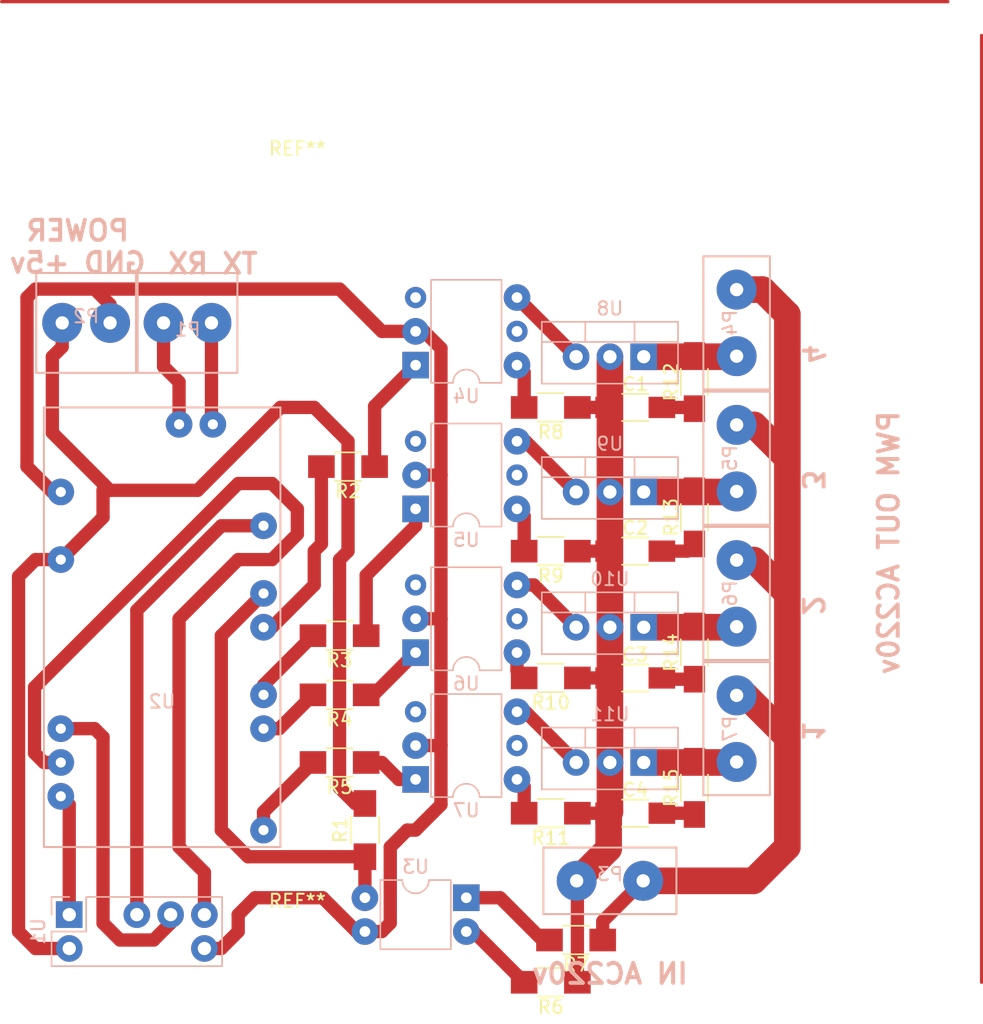
<source format=kicad_pcb>
(kicad_pcb (version 4) (host pcbnew 4.0.4-stable)

  (general
    (links 66)
    (no_connects 0)
    (area 199.064999 44.124999 273.375002 121.48)
    (thickness 1.6)
    (drawings 5)
    (tracks 197)
    (zones 0)
    (modules 39)
    (nets 38)
  )

  (page A4)
  (layers
    (0 F.Cu signal)
    (31 B.Cu signal)
    (32 B.Adhes user)
    (33 F.Adhes user)
    (34 B.Paste user)
    (35 F.Paste user)
    (36 B.SilkS user)
    (37 F.SilkS user)
    (38 B.Mask user)
    (39 F.Mask user)
    (40 Dwgs.User user)
    (41 Cmts.User user)
    (42 Eco1.User user)
    (43 Eco2.User user)
    (44 Edge.Cuts user)
    (45 Margin user)
    (46 B.CrtYd user)
    (47 F.CrtYd user)
    (48 B.Fab user)
    (49 F.Fab user)
  )

  (setup
    (last_trace_width 0.25)
    (user_trace_width 0.5)
    (user_trace_width 1)
    (user_trace_width 2)
    (trace_clearance 0.2)
    (zone_clearance 0.508)
    (zone_45_only yes)
    (trace_min 0.2)
    (segment_width 0.2)
    (edge_width 0.15)
    (via_size 0.6)
    (via_drill 0.4)
    (via_min_size 0.4)
    (via_min_drill 0.3)
    (user_via 2 1)
    (uvia_size 0.3)
    (uvia_drill 0.1)
    (uvias_allowed no)
    (uvia_min_size 0.2)
    (uvia_min_drill 0.1)
    (pcb_text_width 0.3)
    (pcb_text_size 1.5 1.5)
    (mod_edge_width 0.15)
    (mod_text_size 1 1)
    (mod_text_width 0.15)
    (pad_size 2 2)
    (pad_drill 0.762)
    (pad_to_mask_clearance 0.2)
    (aux_axis_origin 0 0)
    (visible_elements FFFFFF7F)
    (pcbplotparams
      (layerselection 0x00030_80000001)
      (usegerberextensions false)
      (excludeedgelayer true)
      (linewidth 0.100000)
      (plotframeref false)
      (viasonmask false)
      (mode 1)
      (useauxorigin false)
      (hpglpennumber 1)
      (hpglpenspeed 20)
      (hpglpendiameter 15)
      (hpglpenoverlay 2)
      (psnegative false)
      (psa4output false)
      (plotreference true)
      (plotvalue true)
      (plotinvisibletext false)
      (padsonsilk false)
      (subtractmaskfromsilk false)
      (outputformat 1)
      (mirror false)
      (drillshape 1)
      (scaleselection 1)
      (outputdirectory ""))
  )

  (net 0 "")
  (net 1 "Net-(C1-Pad1)")
  (net 2 "Net-(C1-Pad2)")
  (net 3 "Net-(C2-Pad2)")
  (net 4 "Net-(C3-Pad2)")
  (net 5 "Net-(C4-Pad2)")
  (net 6 "Net-(P1-Pad2)")
  (net 7 "Net-(P1-Pad1)")
  (net 8 "Net-(P2-Pad2)")
  (net 9 "Net-(P2-Pad1)")
  (net 10 "Net-(P3-Pad2)")
  (net 11 "Net-(P4-Pad1)")
  (net 12 "Net-(P5-Pad1)")
  (net 13 "Net-(P6-Pad1)")
  (net 14 "Net-(P7-Pad1)")
  (net 15 "Net-(R1-Pad1)")
  (net 16 "Net-(R2-Pad1)")
  (net 17 "Net-(R2-Pad2)")
  (net 18 "Net-(R3-Pad1)")
  (net 19 "Net-(R3-Pad2)")
  (net 20 "Net-(R4-Pad1)")
  (net 21 "Net-(R4-Pad2)")
  (net 22 "Net-(R5-Pad1)")
  (net 23 "Net-(R5-Pad2)")
  (net 24 "Net-(R6-Pad2)")
  (net 25 "Net-(R7-Pad2)")
  (net 26 "Net-(R8-Pad2)")
  (net 27 "Net-(R9-Pad2)")
  (net 28 "Net-(R10-Pad2)")
  (net 29 "Net-(R11-Pad2)")
  (net 30 "Net-(U4-Pad4)")
  (net 31 "Net-(U5-Pad4)")
  (net 32 "Net-(U10-Pad3)")
  (net 33 "Net-(U11-Pad3)")
  (net 34 "Net-(U1-Pad7)")
  (net 35 "Net-(U1-Pad9)")
  (net 36 "Net-(U1-Pad1)")
  (net 37 "Net-(U1-Pad5)")

  (net_class Default "This is the default net class."
    (clearance 0.2)
    (trace_width 0.25)
    (via_dia 0.6)
    (via_drill 0.4)
    (uvia_dia 0.3)
    (uvia_drill 0.1)
    (add_net "Net-(C1-Pad1)")
    (add_net "Net-(C1-Pad2)")
    (add_net "Net-(C2-Pad2)")
    (add_net "Net-(C3-Pad2)")
    (add_net "Net-(C4-Pad2)")
    (add_net "Net-(P1-Pad1)")
    (add_net "Net-(P1-Pad2)")
    (add_net "Net-(P2-Pad1)")
    (add_net "Net-(P2-Pad2)")
    (add_net "Net-(P3-Pad2)")
    (add_net "Net-(P4-Pad1)")
    (add_net "Net-(P5-Pad1)")
    (add_net "Net-(P6-Pad1)")
    (add_net "Net-(P7-Pad1)")
    (add_net "Net-(R1-Pad1)")
    (add_net "Net-(R10-Pad2)")
    (add_net "Net-(R11-Pad2)")
    (add_net "Net-(R2-Pad1)")
    (add_net "Net-(R2-Pad2)")
    (add_net "Net-(R3-Pad1)")
    (add_net "Net-(R3-Pad2)")
    (add_net "Net-(R4-Pad1)")
    (add_net "Net-(R4-Pad2)")
    (add_net "Net-(R5-Pad1)")
    (add_net "Net-(R5-Pad2)")
    (add_net "Net-(R6-Pad2)")
    (add_net "Net-(R7-Pad2)")
    (add_net "Net-(R8-Pad2)")
    (add_net "Net-(R9-Pad2)")
    (add_net "Net-(U1-Pad1)")
    (add_net "Net-(U1-Pad5)")
    (add_net "Net-(U1-Pad7)")
    (add_net "Net-(U1-Pad9)")
    (add_net "Net-(U10-Pad3)")
    (add_net "Net-(U11-Pad3)")
    (add_net "Net-(U4-Pad4)")
    (add_net "Net-(U5-Pad4)")
  )

  (module SmartHouseLib:ArduinoProMini (layer B.Cu) (tedit 5A08955D) (tstamp 59D13FD5)
    (at 211.455 96.52 180)
    (path /59D12EDE)
    (fp_text reference U2 (at 0 -0.5 180) (layer B.SilkS)
      (effects (font (size 1 1) (thickness 0.15)) (justify mirror))
    )
    (fp_text value ArduinoProMini (at 0 0.5 180) (layer B.Fab)
      (effects (font (size 1 1) (thickness 0.15)) (justify mirror))
    )
    (fp_line (start 8.89 21.59) (end 8.89 -11.43) (layer B.SilkS) (width 0.15))
    (fp_line (start 8.89 -11.43) (end -8.89 -11.43) (layer B.SilkS) (width 0.15))
    (fp_line (start -8.89 -11.43) (end -8.89 21.59) (layer B.SilkS) (width 0.15))
    (fp_line (start -8.89 21.59) (end 8.89 21.59) (layer B.SilkS) (width 0.15))
    (pad 2 thru_hole circle (at -3.81 20.32 180) (size 2 2) (drill 0.762) (layers *.Cu *.Mask)
      (net 7 "Net-(P1-Pad1)"))
    (pad 3 thru_hole circle (at -1.27 20.32 180) (size 2 2) (drill 0.762) (layers *.Cu *.Mask)
      (net 6 "Net-(P1-Pad2)"))
    (pad 8 thru_hole circle (at 7.62 15.24 180) (size 2 2) (drill 0.762) (layers *.Cu *.Mask)
      (net 8 "Net-(P2-Pad2)"))
    (pad 10 thru_hole circle (at 7.62 10.16 180) (size 2 2) (drill 0.762) (layers *.Cu *.Mask)
      (net 9 "Net-(P2-Pad1)"))
    (pad 15 thru_hole circle (at 7.62 -2.54 180) (size 2 2) (drill 0.762) (layers *.Cu *.Mask)
      (net 34 "Net-(U1-Pad7)"))
    (pad 16 thru_hole circle (at 7.62 -5.08 180) (size 2 2) (drill 0.762) (layers *.Cu *.Mask)
      (net 35 "Net-(U1-Pad9)"))
    (pad 17 thru_hole circle (at 7.62 -7.62 180) (size 2 2) (drill 0.762) (layers *.Cu *.Mask)
      (net 36 "Net-(U1-Pad1)"))
    (pad 24 thru_hole circle (at -7.62 -10.16 180) (size 2 2) (drill 0.762) (layers *.Cu *.Mask)
      (net 23 "Net-(R5-Pad2)"))
    (pad 27 thru_hole circle (at -7.62 -2.54 180) (size 2 2) (drill 0.762) (layers *.Cu *.Mask)
      (net 21 "Net-(R4-Pad2)"))
    (pad 28 thru_hole circle (at -7.62 0 180) (size 2 2) (drill 0.762) (layers *.Cu *.Mask)
      (net 19 "Net-(R3-Pad2)"))
    (pad 30 thru_hole circle (at -7.62 5.08 180) (size 2 2) (drill 0.762) (layers *.Cu *.Mask)
      (net 17 "Net-(R2-Pad2)"))
    (pad 31 thru_hole circle (at -7.62 7.62 180) (size 2 2) (drill 0.762) (layers *.Cu *.Mask)
      (net 15 "Net-(R1-Pad1)"))
    (pad 33 thru_hole circle (at -7.62 12.7 180) (size 2 2) (drill 0.762) (layers *.Cu *.Mask)
      (net 37 "Net-(U1-Pad5)"))
  )

  (module Mounting_Holes:MountingHole_3.2mm_M3 (layer F.Cu) (tedit 56D1B4CB) (tstamp 59DCF3D2)
    (at 221.615 59.69)
    (descr "Mounting Hole 3.2mm, no annular, M3")
    (tags "mounting hole 3.2mm no annular m3")
    (attr virtual)
    (fp_text reference REF** (at 0 -4.2) (layer F.SilkS)
      (effects (font (size 1 1) (thickness 0.15)))
    )
    (fp_text value MountingHole_3.2mm_M3 (at 0 4.2) (layer F.Fab)
      (effects (font (size 1 1) (thickness 0.15)))
    )
    (fp_text user %R (at 0.3 0) (layer F.Fab)
      (effects (font (size 1 1) (thickness 0.15)))
    )
    (fp_circle (center 0 0) (end 3.2 0) (layer Cmts.User) (width 0.15))
    (fp_circle (center 0 0) (end 3.45 0) (layer F.CrtYd) (width 0.05))
    (pad 1 np_thru_hole circle (at 0 0) (size 3.2 3.2) (drill 3.2) (layers *.Cu *.Mask))
  )

  (module Capacitors_SMD:C_1206_HandSoldering (layer F.Cu) (tedit 58AA84D1) (tstamp 59D13E0E)
    (at 247.015 74.93)
    (descr "Capacitor SMD 1206, hand soldering")
    (tags "capacitor 1206")
    (path /59D1B7CA)
    (attr smd)
    (fp_text reference C1 (at 0 -1.75) (layer F.SilkS)
      (effects (font (size 1 1) (thickness 0.15)))
    )
    (fp_text value C_0.1u (at 0 2) (layer F.Fab)
      (effects (font (size 1 1) (thickness 0.15)))
    )
    (fp_text user %R (at 0 -1.75) (layer F.Fab)
      (effects (font (size 1 1) (thickness 0.15)))
    )
    (fp_line (start -1.6 0.8) (end -1.6 -0.8) (layer F.Fab) (width 0.1))
    (fp_line (start 1.6 0.8) (end -1.6 0.8) (layer F.Fab) (width 0.1))
    (fp_line (start 1.6 -0.8) (end 1.6 0.8) (layer F.Fab) (width 0.1))
    (fp_line (start -1.6 -0.8) (end 1.6 -0.8) (layer F.Fab) (width 0.1))
    (fp_line (start 1 -1.02) (end -1 -1.02) (layer F.SilkS) (width 0.12))
    (fp_line (start -1 1.02) (end 1 1.02) (layer F.SilkS) (width 0.12))
    (fp_line (start -3.25 -1.05) (end 3.25 -1.05) (layer F.CrtYd) (width 0.05))
    (fp_line (start -3.25 -1.05) (end -3.25 1.05) (layer F.CrtYd) (width 0.05))
    (fp_line (start 3.25 1.05) (end 3.25 -1.05) (layer F.CrtYd) (width 0.05))
    (fp_line (start 3.25 1.05) (end -3.25 1.05) (layer F.CrtYd) (width 0.05))
    (pad 1 smd rect (at -2 0) (size 2 1.6) (layers F.Cu F.Paste F.Mask)
      (net 1 "Net-(C1-Pad1)"))
    (pad 2 smd rect (at 2 0) (size 2 1.6) (layers F.Cu F.Paste F.Mask)
      (net 2 "Net-(C1-Pad2)"))
    (model Capacitors_SMD.3dshapes/C_1206.wrl
      (at (xyz 0 0 0))
      (scale (xyz 1 1 1))
      (rotate (xyz 0 0 0))
    )
  )

  (module Capacitors_SMD:C_1206_HandSoldering (layer F.Cu) (tedit 58AA84D1) (tstamp 59D13E1F)
    (at 247.015 85.725)
    (descr "Capacitor SMD 1206, hand soldering")
    (tags "capacitor 1206")
    (path /59D1C360)
    (attr smd)
    (fp_text reference C2 (at 0 -1.75) (layer F.SilkS)
      (effects (font (size 1 1) (thickness 0.15)))
    )
    (fp_text value C_0.1u (at 0 2) (layer F.Fab)
      (effects (font (size 1 1) (thickness 0.15)))
    )
    (fp_text user %R (at 0 -1.75) (layer F.Fab)
      (effects (font (size 1 1) (thickness 0.15)))
    )
    (fp_line (start -1.6 0.8) (end -1.6 -0.8) (layer F.Fab) (width 0.1))
    (fp_line (start 1.6 0.8) (end -1.6 0.8) (layer F.Fab) (width 0.1))
    (fp_line (start 1.6 -0.8) (end 1.6 0.8) (layer F.Fab) (width 0.1))
    (fp_line (start -1.6 -0.8) (end 1.6 -0.8) (layer F.Fab) (width 0.1))
    (fp_line (start 1 -1.02) (end -1 -1.02) (layer F.SilkS) (width 0.12))
    (fp_line (start -1 1.02) (end 1 1.02) (layer F.SilkS) (width 0.12))
    (fp_line (start -3.25 -1.05) (end 3.25 -1.05) (layer F.CrtYd) (width 0.05))
    (fp_line (start -3.25 -1.05) (end -3.25 1.05) (layer F.CrtYd) (width 0.05))
    (fp_line (start 3.25 1.05) (end 3.25 -1.05) (layer F.CrtYd) (width 0.05))
    (fp_line (start 3.25 1.05) (end -3.25 1.05) (layer F.CrtYd) (width 0.05))
    (pad 1 smd rect (at -2 0) (size 2 1.6) (layers F.Cu F.Paste F.Mask)
      (net 1 "Net-(C1-Pad1)"))
    (pad 2 smd rect (at 2 0) (size 2 1.6) (layers F.Cu F.Paste F.Mask)
      (net 3 "Net-(C2-Pad2)"))
    (model Capacitors_SMD.3dshapes/C_1206.wrl
      (at (xyz 0 0 0))
      (scale (xyz 1 1 1))
      (rotate (xyz 0 0 0))
    )
  )

  (module Capacitors_SMD:C_1206_HandSoldering (layer F.Cu) (tedit 58AA84D1) (tstamp 59D13E30)
    (at 247.015 95.25)
    (descr "Capacitor SMD 1206, hand soldering")
    (tags "capacitor 1206")
    (path /59D1C489)
    (attr smd)
    (fp_text reference C3 (at 0 -1.75) (layer F.SilkS)
      (effects (font (size 1 1) (thickness 0.15)))
    )
    (fp_text value C_0.1u (at 0 2) (layer F.Fab)
      (effects (font (size 1 1) (thickness 0.15)))
    )
    (fp_text user %R (at 0 -1.75) (layer F.Fab)
      (effects (font (size 1 1) (thickness 0.15)))
    )
    (fp_line (start -1.6 0.8) (end -1.6 -0.8) (layer F.Fab) (width 0.1))
    (fp_line (start 1.6 0.8) (end -1.6 0.8) (layer F.Fab) (width 0.1))
    (fp_line (start 1.6 -0.8) (end 1.6 0.8) (layer F.Fab) (width 0.1))
    (fp_line (start -1.6 -0.8) (end 1.6 -0.8) (layer F.Fab) (width 0.1))
    (fp_line (start 1 -1.02) (end -1 -1.02) (layer F.SilkS) (width 0.12))
    (fp_line (start -1 1.02) (end 1 1.02) (layer F.SilkS) (width 0.12))
    (fp_line (start -3.25 -1.05) (end 3.25 -1.05) (layer F.CrtYd) (width 0.05))
    (fp_line (start -3.25 -1.05) (end -3.25 1.05) (layer F.CrtYd) (width 0.05))
    (fp_line (start 3.25 1.05) (end 3.25 -1.05) (layer F.CrtYd) (width 0.05))
    (fp_line (start 3.25 1.05) (end -3.25 1.05) (layer F.CrtYd) (width 0.05))
    (pad 1 smd rect (at -2 0) (size 2 1.6) (layers F.Cu F.Paste F.Mask)
      (net 1 "Net-(C1-Pad1)"))
    (pad 2 smd rect (at 2 0) (size 2 1.6) (layers F.Cu F.Paste F.Mask)
      (net 4 "Net-(C3-Pad2)"))
    (model Capacitors_SMD.3dshapes/C_1206.wrl
      (at (xyz 0 0 0))
      (scale (xyz 1 1 1))
      (rotate (xyz 0 0 0))
    )
  )

  (module Capacitors_SMD:C_1206_HandSoldering (layer F.Cu) (tedit 58AA84D1) (tstamp 59D13E41)
    (at 247.015 105.41)
    (descr "Capacitor SMD 1206, hand soldering")
    (tags "capacitor 1206")
    (path /59D1C882)
    (attr smd)
    (fp_text reference C4 (at 0 -1.75) (layer F.SilkS)
      (effects (font (size 1 1) (thickness 0.15)))
    )
    (fp_text value C_0.1u (at 0 2) (layer F.Fab)
      (effects (font (size 1 1) (thickness 0.15)))
    )
    (fp_text user %R (at 0 -1.75) (layer F.Fab)
      (effects (font (size 1 1) (thickness 0.15)))
    )
    (fp_line (start -1.6 0.8) (end -1.6 -0.8) (layer F.Fab) (width 0.1))
    (fp_line (start 1.6 0.8) (end -1.6 0.8) (layer F.Fab) (width 0.1))
    (fp_line (start 1.6 -0.8) (end 1.6 0.8) (layer F.Fab) (width 0.1))
    (fp_line (start -1.6 -0.8) (end 1.6 -0.8) (layer F.Fab) (width 0.1))
    (fp_line (start 1 -1.02) (end -1 -1.02) (layer F.SilkS) (width 0.12))
    (fp_line (start -1 1.02) (end 1 1.02) (layer F.SilkS) (width 0.12))
    (fp_line (start -3.25 -1.05) (end 3.25 -1.05) (layer F.CrtYd) (width 0.05))
    (fp_line (start -3.25 -1.05) (end -3.25 1.05) (layer F.CrtYd) (width 0.05))
    (fp_line (start 3.25 1.05) (end 3.25 -1.05) (layer F.CrtYd) (width 0.05))
    (fp_line (start 3.25 1.05) (end -3.25 1.05) (layer F.CrtYd) (width 0.05))
    (pad 1 smd rect (at -2 0) (size 2 1.6) (layers F.Cu F.Paste F.Mask)
      (net 1 "Net-(C1-Pad1)"))
    (pad 2 smd rect (at 2 0) (size 2 1.6) (layers F.Cu F.Paste F.Mask)
      (net 5 "Net-(C4-Pad2)"))
    (model Capacitors_SMD.3dshapes/C_1206.wrl
      (at (xyz 0 0 0))
      (scale (xyz 1 1 1))
      (rotate (xyz 0 0 0))
    )
  )

  (module SmartHouseLib:CONN_2_3.5mm (layer B.Cu) (tedit 59BCF383) (tstamp 59D13E59)
    (at 205.74 68.58)
    (path /59D27A42)
    (fp_text reference P2 (at 0 -0.5) (layer B.SilkS)
      (effects (font (size 1 1) (thickness 0.15)) (justify mirror))
    )
    (fp_text value POWER (at 0 0.5) (layer B.Fab)
      (effects (font (size 1 1) (thickness 0.15)) (justify mirror))
    )
    (fp_line (start 3.75 0) (end 3.75 3.75) (layer B.SilkS) (width 0.15))
    (fp_line (start 3.75 3.75) (end -3.75 3.75) (layer B.SilkS) (width 0.15))
    (fp_line (start -3.75 3.75) (end -3.75 -3.75) (layer B.SilkS) (width 0.15))
    (fp_line (start -3.75 -3.75) (end 3.75 -3.75) (layer B.SilkS) (width 0.15))
    (fp_line (start 3.75 -3.75) (end 3.75 0) (layer B.SilkS) (width 0.15))
    (pad 2 thru_hole circle (at 1.8 0) (size 3 3) (drill 1) (layers *.Cu *.Mask)
      (net 8 "Net-(P2-Pad2)"))
    (pad 1 thru_hole circle (at -1.8 0) (size 3 3) (drill 1) (layers *.Cu *.Mask)
      (net 9 "Net-(P2-Pad1)"))
  )

  (module SmartHouseLib:CONN_2_5mm (layer B.Cu) (tedit 59BCA9DA) (tstamp 59D13E63)
    (at 245.11 110.49)
    (path /59D13986)
    (fp_text reference P3 (at 0 -0.5) (layer B.SilkS)
      (effects (font (size 1 1) (thickness 0.15)) (justify mirror))
    )
    (fp_text value LIGHT_POWER (at 0 0.5) (layer B.Fab)
      (effects (font (size 1 1) (thickness 0.15)) (justify mirror))
    )
    (fp_line (start -5 2.5) (end 5 2.5) (layer B.SilkS) (width 0.15))
    (fp_line (start 5 2.5) (end 5 -2.5) (layer B.SilkS) (width 0.15))
    (fp_line (start 5 -2.5) (end -5 -2.5) (layer B.SilkS) (width 0.15))
    (fp_line (start -5 -2.5) (end -5 2.5) (layer B.SilkS) (width 0.15))
    (pad 1 thru_hole circle (at -2.5 0) (size 3 3) (drill 1) (layers *.Cu *.Mask)
      (net 1 "Net-(C1-Pad1)"))
    (pad 2 thru_hole circle (at 2.5 0) (size 3 3) (drill 1) (layers *.Cu *.Mask)
      (net 10 "Net-(P3-Pad2)"))
  )

  (module SmartHouseLib:CONN_2_5mm (layer B.Cu) (tedit 59BCA9DA) (tstamp 59D13E6D)
    (at 254.635 68.58 90)
    (path /59D13BAB)
    (fp_text reference P4 (at 0 -0.5 90) (layer B.SilkS)
      (effects (font (size 1 1) (thickness 0.15)) (justify mirror))
    )
    (fp_text value RED (at 0 0.5 90) (layer B.Fab)
      (effects (font (size 1 1) (thickness 0.15)) (justify mirror))
    )
    (fp_line (start -5 2.5) (end 5 2.5) (layer B.SilkS) (width 0.15))
    (fp_line (start 5 2.5) (end 5 -2.5) (layer B.SilkS) (width 0.15))
    (fp_line (start 5 -2.5) (end -5 -2.5) (layer B.SilkS) (width 0.15))
    (fp_line (start -5 -2.5) (end -5 2.5) (layer B.SilkS) (width 0.15))
    (pad 1 thru_hole circle (at -2.5 0 90) (size 3 3) (drill 1) (layers *.Cu *.Mask)
      (net 11 "Net-(P4-Pad1)"))
    (pad 2 thru_hole circle (at 2.5 0 90) (size 3 3) (drill 1) (layers *.Cu *.Mask)
      (net 10 "Net-(P3-Pad2)"))
  )

  (module SmartHouseLib:CONN_2_5mm (layer B.Cu) (tedit 59BCA9DA) (tstamp 59D13E77)
    (at 254.635 78.74 90)
    (path /59D13BCE)
    (fp_text reference P5 (at 0 -0.5 90) (layer B.SilkS)
      (effects (font (size 1 1) (thickness 0.15)) (justify mirror))
    )
    (fp_text value GREEN (at 0 0.5 90) (layer B.Fab)
      (effects (font (size 1 1) (thickness 0.15)) (justify mirror))
    )
    (fp_line (start -5 2.5) (end 5 2.5) (layer B.SilkS) (width 0.15))
    (fp_line (start 5 2.5) (end 5 -2.5) (layer B.SilkS) (width 0.15))
    (fp_line (start 5 -2.5) (end -5 -2.5) (layer B.SilkS) (width 0.15))
    (fp_line (start -5 -2.5) (end -5 2.5) (layer B.SilkS) (width 0.15))
    (pad 1 thru_hole circle (at -2.5 0 90) (size 3 3) (drill 1) (layers *.Cu *.Mask)
      (net 12 "Net-(P5-Pad1)"))
    (pad 2 thru_hole circle (at 2.5 0 90) (size 3 3) (drill 1) (layers *.Cu *.Mask)
      (net 10 "Net-(P3-Pad2)"))
  )

  (module SmartHouseLib:CONN_2_5mm (layer B.Cu) (tedit 59BCA9DA) (tstamp 59D13E81)
    (at 254.635 88.9 90)
    (path /59D13BF3)
    (fp_text reference P6 (at 0 -0.5 90) (layer B.SilkS)
      (effects (font (size 1 1) (thickness 0.15)) (justify mirror))
    )
    (fp_text value BLUE (at 0 0.5 90) (layer B.Fab)
      (effects (font (size 1 1) (thickness 0.15)) (justify mirror))
    )
    (fp_line (start -5 2.5) (end 5 2.5) (layer B.SilkS) (width 0.15))
    (fp_line (start 5 2.5) (end 5 -2.5) (layer B.SilkS) (width 0.15))
    (fp_line (start 5 -2.5) (end -5 -2.5) (layer B.SilkS) (width 0.15))
    (fp_line (start -5 -2.5) (end -5 2.5) (layer B.SilkS) (width 0.15))
    (pad 1 thru_hole circle (at -2.5 0 90) (size 3 3) (drill 1) (layers *.Cu *.Mask)
      (net 13 "Net-(P6-Pad1)"))
    (pad 2 thru_hole circle (at 2.5 0 90) (size 3 3) (drill 1) (layers *.Cu *.Mask)
      (net 10 "Net-(P3-Pad2)"))
  )

  (module SmartHouseLib:CONN_2_5mm (layer B.Cu) (tedit 59BCA9DA) (tstamp 59D13E8B)
    (at 254.635 99.06 90)
    (path /59D13C20)
    (fp_text reference P7 (at 0 -0.5 90) (layer B.SilkS)
      (effects (font (size 1 1) (thickness 0.15)) (justify mirror))
    )
    (fp_text value WHITE (at 0 0.5 90) (layer B.Fab)
      (effects (font (size 1 1) (thickness 0.15)) (justify mirror))
    )
    (fp_line (start -5 2.5) (end 5 2.5) (layer B.SilkS) (width 0.15))
    (fp_line (start 5 2.5) (end 5 -2.5) (layer B.SilkS) (width 0.15))
    (fp_line (start 5 -2.5) (end -5 -2.5) (layer B.SilkS) (width 0.15))
    (fp_line (start -5 -2.5) (end -5 2.5) (layer B.SilkS) (width 0.15))
    (pad 1 thru_hole circle (at -2.5 0 90) (size 3 3) (drill 1) (layers *.Cu *.Mask)
      (net 14 "Net-(P7-Pad1)"))
    (pad 2 thru_hole circle (at 2.5 0 90) (size 3 3) (drill 1) (layers *.Cu *.Mask)
      (net 10 "Net-(P3-Pad2)"))
  )

  (module Resistors_SMD:R_1206_HandSoldering (layer F.Cu) (tedit 58E0A804) (tstamp 59D13E9C)
    (at 226.695 106.68 90)
    (descr "Resistor SMD 1206, hand soldering")
    (tags "resistor 1206")
    (path /59D137FB)
    (attr smd)
    (fp_text reference R1 (at 0 -1.85 90) (layer F.SilkS)
      (effects (font (size 1 1) (thickness 0.15)))
    )
    (fp_text value R5k1 (at 0 1.9 90) (layer F.Fab)
      (effects (font (size 1 1) (thickness 0.15)))
    )
    (fp_text user %R (at 0 0 90) (layer F.Fab)
      (effects (font (size 0.7 0.7) (thickness 0.105)))
    )
    (fp_line (start -1.6 0.8) (end -1.6 -0.8) (layer F.Fab) (width 0.1))
    (fp_line (start 1.6 0.8) (end -1.6 0.8) (layer F.Fab) (width 0.1))
    (fp_line (start 1.6 -0.8) (end 1.6 0.8) (layer F.Fab) (width 0.1))
    (fp_line (start -1.6 -0.8) (end 1.6 -0.8) (layer F.Fab) (width 0.1))
    (fp_line (start 1 1.07) (end -1 1.07) (layer F.SilkS) (width 0.12))
    (fp_line (start -1 -1.07) (end 1 -1.07) (layer F.SilkS) (width 0.12))
    (fp_line (start -3.25 -1.11) (end 3.25 -1.11) (layer F.CrtYd) (width 0.05))
    (fp_line (start -3.25 -1.11) (end -3.25 1.1) (layer F.CrtYd) (width 0.05))
    (fp_line (start 3.25 1.1) (end 3.25 -1.11) (layer F.CrtYd) (width 0.05))
    (fp_line (start 3.25 1.1) (end -3.25 1.1) (layer F.CrtYd) (width 0.05))
    (pad 1 smd rect (at -2 0 90) (size 2 1.7) (layers F.Cu F.Paste F.Mask)
      (net 15 "Net-(R1-Pad1)"))
    (pad 2 smd rect (at 2 0 90) (size 2 1.7) (layers F.Cu F.Paste F.Mask)
      (net 9 "Net-(P2-Pad1)"))
    (model ${KISYS3DMOD}/Resistors_SMD.3dshapes/R_1206.wrl
      (at (xyz 0 0 0))
      (scale (xyz 1 1 1))
      (rotate (xyz 0 0 0))
    )
  )

  (module Resistors_SMD:R_1206_HandSoldering (layer F.Cu) (tedit 58E0A804) (tstamp 59D13EAD)
    (at 225.425 79.375 180)
    (descr "Resistor SMD 1206, hand soldering")
    (tags "resistor 1206")
    (path /59D173B4)
    (attr smd)
    (fp_text reference R2 (at 0 -1.85 180) (layer F.SilkS)
      (effects (font (size 1 1) (thickness 0.15)))
    )
    (fp_text value R330 (at 0 1.9 180) (layer F.Fab)
      (effects (font (size 1 1) (thickness 0.15)))
    )
    (fp_text user %R (at 0 0 180) (layer F.Fab)
      (effects (font (size 0.7 0.7) (thickness 0.105)))
    )
    (fp_line (start -1.6 0.8) (end -1.6 -0.8) (layer F.Fab) (width 0.1))
    (fp_line (start 1.6 0.8) (end -1.6 0.8) (layer F.Fab) (width 0.1))
    (fp_line (start 1.6 -0.8) (end 1.6 0.8) (layer F.Fab) (width 0.1))
    (fp_line (start -1.6 -0.8) (end 1.6 -0.8) (layer F.Fab) (width 0.1))
    (fp_line (start 1 1.07) (end -1 1.07) (layer F.SilkS) (width 0.12))
    (fp_line (start -1 -1.07) (end 1 -1.07) (layer F.SilkS) (width 0.12))
    (fp_line (start -3.25 -1.11) (end 3.25 -1.11) (layer F.CrtYd) (width 0.05))
    (fp_line (start -3.25 -1.11) (end -3.25 1.1) (layer F.CrtYd) (width 0.05))
    (fp_line (start 3.25 1.1) (end 3.25 -1.11) (layer F.CrtYd) (width 0.05))
    (fp_line (start 3.25 1.1) (end -3.25 1.1) (layer F.CrtYd) (width 0.05))
    (pad 1 smd rect (at -2 0 180) (size 2 1.7) (layers F.Cu F.Paste F.Mask)
      (net 16 "Net-(R2-Pad1)"))
    (pad 2 smd rect (at 2 0 180) (size 2 1.7) (layers F.Cu F.Paste F.Mask)
      (net 17 "Net-(R2-Pad2)"))
    (model ${KISYS3DMOD}/Resistors_SMD.3dshapes/R_1206.wrl
      (at (xyz 0 0 0))
      (scale (xyz 1 1 1))
      (rotate (xyz 0 0 0))
    )
  )

  (module Resistors_SMD:R_1206_HandSoldering (layer F.Cu) (tedit 58E0A804) (tstamp 59D13EBE)
    (at 224.79 92.075 180)
    (descr "Resistor SMD 1206, hand soldering")
    (tags "resistor 1206")
    (path /59D19923)
    (attr smd)
    (fp_text reference R3 (at 0 -1.85 180) (layer F.SilkS)
      (effects (font (size 1 1) (thickness 0.15)))
    )
    (fp_text value R330 (at 0 1.9 180) (layer F.Fab)
      (effects (font (size 1 1) (thickness 0.15)))
    )
    (fp_text user %R (at 0 0 180) (layer F.Fab)
      (effects (font (size 0.7 0.7) (thickness 0.105)))
    )
    (fp_line (start -1.6 0.8) (end -1.6 -0.8) (layer F.Fab) (width 0.1))
    (fp_line (start 1.6 0.8) (end -1.6 0.8) (layer F.Fab) (width 0.1))
    (fp_line (start 1.6 -0.8) (end 1.6 0.8) (layer F.Fab) (width 0.1))
    (fp_line (start -1.6 -0.8) (end 1.6 -0.8) (layer F.Fab) (width 0.1))
    (fp_line (start 1 1.07) (end -1 1.07) (layer F.SilkS) (width 0.12))
    (fp_line (start -1 -1.07) (end 1 -1.07) (layer F.SilkS) (width 0.12))
    (fp_line (start -3.25 -1.11) (end 3.25 -1.11) (layer F.CrtYd) (width 0.05))
    (fp_line (start -3.25 -1.11) (end -3.25 1.1) (layer F.CrtYd) (width 0.05))
    (fp_line (start 3.25 1.1) (end 3.25 -1.11) (layer F.CrtYd) (width 0.05))
    (fp_line (start 3.25 1.1) (end -3.25 1.1) (layer F.CrtYd) (width 0.05))
    (pad 1 smd rect (at -2 0 180) (size 2 1.7) (layers F.Cu F.Paste F.Mask)
      (net 18 "Net-(R3-Pad1)"))
    (pad 2 smd rect (at 2 0 180) (size 2 1.7) (layers F.Cu F.Paste F.Mask)
      (net 19 "Net-(R3-Pad2)"))
    (model ${KISYS3DMOD}/Resistors_SMD.3dshapes/R_1206.wrl
      (at (xyz 0 0 0))
      (scale (xyz 1 1 1))
      (rotate (xyz 0 0 0))
    )
  )

  (module Resistors_SMD:R_1206_HandSoldering (layer F.Cu) (tedit 58E0A804) (tstamp 59D13ECF)
    (at 224.79 96.52 180)
    (descr "Resistor SMD 1206, hand soldering")
    (tags "resistor 1206")
    (path /59D1A3C6)
    (attr smd)
    (fp_text reference R4 (at 0 -1.85 180) (layer F.SilkS)
      (effects (font (size 1 1) (thickness 0.15)))
    )
    (fp_text value R330 (at 0 1.9 180) (layer F.Fab)
      (effects (font (size 1 1) (thickness 0.15)))
    )
    (fp_text user %R (at 0 0 180) (layer F.Fab)
      (effects (font (size 0.7 0.7) (thickness 0.105)))
    )
    (fp_line (start -1.6 0.8) (end -1.6 -0.8) (layer F.Fab) (width 0.1))
    (fp_line (start 1.6 0.8) (end -1.6 0.8) (layer F.Fab) (width 0.1))
    (fp_line (start 1.6 -0.8) (end 1.6 0.8) (layer F.Fab) (width 0.1))
    (fp_line (start -1.6 -0.8) (end 1.6 -0.8) (layer F.Fab) (width 0.1))
    (fp_line (start 1 1.07) (end -1 1.07) (layer F.SilkS) (width 0.12))
    (fp_line (start -1 -1.07) (end 1 -1.07) (layer F.SilkS) (width 0.12))
    (fp_line (start -3.25 -1.11) (end 3.25 -1.11) (layer F.CrtYd) (width 0.05))
    (fp_line (start -3.25 -1.11) (end -3.25 1.1) (layer F.CrtYd) (width 0.05))
    (fp_line (start 3.25 1.1) (end 3.25 -1.11) (layer F.CrtYd) (width 0.05))
    (fp_line (start 3.25 1.1) (end -3.25 1.1) (layer F.CrtYd) (width 0.05))
    (pad 1 smd rect (at -2 0 180) (size 2 1.7) (layers F.Cu F.Paste F.Mask)
      (net 20 "Net-(R4-Pad1)"))
    (pad 2 smd rect (at 2 0 180) (size 2 1.7) (layers F.Cu F.Paste F.Mask)
      (net 21 "Net-(R4-Pad2)"))
    (model ${KISYS3DMOD}/Resistors_SMD.3dshapes/R_1206.wrl
      (at (xyz 0 0 0))
      (scale (xyz 1 1 1))
      (rotate (xyz 0 0 0))
    )
  )

  (module Resistors_SMD:R_1206_HandSoldering (layer F.Cu) (tedit 58E0A804) (tstamp 59D13EE0)
    (at 224.79 101.6 180)
    (descr "Resistor SMD 1206, hand soldering")
    (tags "resistor 1206")
    (path /59D1A8B9)
    (attr smd)
    (fp_text reference R5 (at 0 -1.85 180) (layer F.SilkS)
      (effects (font (size 1 1) (thickness 0.15)))
    )
    (fp_text value R330 (at 0 1.9 180) (layer F.Fab)
      (effects (font (size 1 1) (thickness 0.15)))
    )
    (fp_text user %R (at 0 0 180) (layer F.Fab)
      (effects (font (size 0.7 0.7) (thickness 0.105)))
    )
    (fp_line (start -1.6 0.8) (end -1.6 -0.8) (layer F.Fab) (width 0.1))
    (fp_line (start 1.6 0.8) (end -1.6 0.8) (layer F.Fab) (width 0.1))
    (fp_line (start 1.6 -0.8) (end 1.6 0.8) (layer F.Fab) (width 0.1))
    (fp_line (start -1.6 -0.8) (end 1.6 -0.8) (layer F.Fab) (width 0.1))
    (fp_line (start 1 1.07) (end -1 1.07) (layer F.SilkS) (width 0.12))
    (fp_line (start -1 -1.07) (end 1 -1.07) (layer F.SilkS) (width 0.12))
    (fp_line (start -3.25 -1.11) (end 3.25 -1.11) (layer F.CrtYd) (width 0.05))
    (fp_line (start -3.25 -1.11) (end -3.25 1.1) (layer F.CrtYd) (width 0.05))
    (fp_line (start 3.25 1.1) (end 3.25 -1.11) (layer F.CrtYd) (width 0.05))
    (fp_line (start 3.25 1.1) (end -3.25 1.1) (layer F.CrtYd) (width 0.05))
    (pad 1 smd rect (at -2 0 180) (size 2 1.7) (layers F.Cu F.Paste F.Mask)
      (net 22 "Net-(R5-Pad1)"))
    (pad 2 smd rect (at 2 0 180) (size 2 1.7) (layers F.Cu F.Paste F.Mask)
      (net 23 "Net-(R5-Pad2)"))
    (model ${KISYS3DMOD}/Resistors_SMD.3dshapes/R_1206.wrl
      (at (xyz 0 0 0))
      (scale (xyz 1 1 1))
      (rotate (xyz 0 0 0))
    )
  )

  (module Resistors_SMD:R_1206_HandSoldering (layer F.Cu) (tedit 58E0A804) (tstamp 59D13EF1)
    (at 240.665 118.11 180)
    (descr "Resistor SMD 1206, hand soldering")
    (tags "resistor 1206")
    (path /59D14DB0)
    (attr smd)
    (fp_text reference R6 (at 0 -1.85 180) (layer F.SilkS)
      (effects (font (size 1 1) (thickness 0.15)))
    )
    (fp_text value R43k (at 0 1.9 180) (layer F.Fab)
      (effects (font (size 1 1) (thickness 0.15)))
    )
    (fp_text user %R (at 0 0 180) (layer F.Fab)
      (effects (font (size 0.7 0.7) (thickness 0.105)))
    )
    (fp_line (start -1.6 0.8) (end -1.6 -0.8) (layer F.Fab) (width 0.1))
    (fp_line (start 1.6 0.8) (end -1.6 0.8) (layer F.Fab) (width 0.1))
    (fp_line (start 1.6 -0.8) (end 1.6 0.8) (layer F.Fab) (width 0.1))
    (fp_line (start -1.6 -0.8) (end 1.6 -0.8) (layer F.Fab) (width 0.1))
    (fp_line (start 1 1.07) (end -1 1.07) (layer F.SilkS) (width 0.12))
    (fp_line (start -1 -1.07) (end 1 -1.07) (layer F.SilkS) (width 0.12))
    (fp_line (start -3.25 -1.11) (end 3.25 -1.11) (layer F.CrtYd) (width 0.05))
    (fp_line (start -3.25 -1.11) (end -3.25 1.1) (layer F.CrtYd) (width 0.05))
    (fp_line (start 3.25 1.1) (end 3.25 -1.11) (layer F.CrtYd) (width 0.05))
    (fp_line (start 3.25 1.1) (end -3.25 1.1) (layer F.CrtYd) (width 0.05))
    (pad 1 smd rect (at -2 0 180) (size 2 1.7) (layers F.Cu F.Paste F.Mask)
      (net 1 "Net-(C1-Pad1)"))
    (pad 2 smd rect (at 2 0 180) (size 2 1.7) (layers F.Cu F.Paste F.Mask)
      (net 24 "Net-(R6-Pad2)"))
    (model ${KISYS3DMOD}/Resistors_SMD.3dshapes/R_1206.wrl
      (at (xyz 0 0 0))
      (scale (xyz 1 1 1))
      (rotate (xyz 0 0 0))
    )
  )

  (module Resistors_SMD:R_1206_HandSoldering (layer F.Cu) (tedit 58E0A804) (tstamp 59D13F02)
    (at 242.57 114.935 180)
    (descr "Resistor SMD 1206, hand soldering")
    (tags "resistor 1206")
    (path /59D14DF9)
    (attr smd)
    (fp_text reference R7 (at 0 -1.85 180) (layer F.SilkS)
      (effects (font (size 1 1) (thickness 0.15)))
    )
    (fp_text value R43k (at 0 1.9 180) (layer F.Fab)
      (effects (font (size 1 1) (thickness 0.15)))
    )
    (fp_text user %R (at 0 0 180) (layer F.Fab)
      (effects (font (size 0.7 0.7) (thickness 0.105)))
    )
    (fp_line (start -1.6 0.8) (end -1.6 -0.8) (layer F.Fab) (width 0.1))
    (fp_line (start 1.6 0.8) (end -1.6 0.8) (layer F.Fab) (width 0.1))
    (fp_line (start 1.6 -0.8) (end 1.6 0.8) (layer F.Fab) (width 0.1))
    (fp_line (start -1.6 -0.8) (end 1.6 -0.8) (layer F.Fab) (width 0.1))
    (fp_line (start 1 1.07) (end -1 1.07) (layer F.SilkS) (width 0.12))
    (fp_line (start -1 -1.07) (end 1 -1.07) (layer F.SilkS) (width 0.12))
    (fp_line (start -3.25 -1.11) (end 3.25 -1.11) (layer F.CrtYd) (width 0.05))
    (fp_line (start -3.25 -1.11) (end -3.25 1.1) (layer F.CrtYd) (width 0.05))
    (fp_line (start 3.25 1.1) (end 3.25 -1.11) (layer F.CrtYd) (width 0.05))
    (fp_line (start 3.25 1.1) (end -3.25 1.1) (layer F.CrtYd) (width 0.05))
    (pad 1 smd rect (at -2 0 180) (size 2 1.7) (layers F.Cu F.Paste F.Mask)
      (net 10 "Net-(P3-Pad2)"))
    (pad 2 smd rect (at 2 0 180) (size 2 1.7) (layers F.Cu F.Paste F.Mask)
      (net 25 "Net-(R7-Pad2)"))
    (model ${KISYS3DMOD}/Resistors_SMD.3dshapes/R_1206.wrl
      (at (xyz 0 0 0))
      (scale (xyz 1 1 1))
      (rotate (xyz 0 0 0))
    )
  )

  (module Resistors_SMD:R_1206_HandSoldering (layer F.Cu) (tedit 58E0A804) (tstamp 59D13F13)
    (at 240.665 74.93 180)
    (descr "Resistor SMD 1206, hand soldering")
    (tags "resistor 1206")
    (path /59D16E03)
    (attr smd)
    (fp_text reference R8 (at 0 -1.85 180) (layer F.SilkS)
      (effects (font (size 1 1) (thickness 0.15)))
    )
    (fp_text value R510 (at 0 1.9 180) (layer F.Fab)
      (effects (font (size 1 1) (thickness 0.15)))
    )
    (fp_text user %R (at 0 0 180) (layer F.Fab)
      (effects (font (size 0.7 0.7) (thickness 0.105)))
    )
    (fp_line (start -1.6 0.8) (end -1.6 -0.8) (layer F.Fab) (width 0.1))
    (fp_line (start 1.6 0.8) (end -1.6 0.8) (layer F.Fab) (width 0.1))
    (fp_line (start 1.6 -0.8) (end 1.6 0.8) (layer F.Fab) (width 0.1))
    (fp_line (start -1.6 -0.8) (end 1.6 -0.8) (layer F.Fab) (width 0.1))
    (fp_line (start 1 1.07) (end -1 1.07) (layer F.SilkS) (width 0.12))
    (fp_line (start -1 -1.07) (end 1 -1.07) (layer F.SilkS) (width 0.12))
    (fp_line (start -3.25 -1.11) (end 3.25 -1.11) (layer F.CrtYd) (width 0.05))
    (fp_line (start -3.25 -1.11) (end -3.25 1.1) (layer F.CrtYd) (width 0.05))
    (fp_line (start 3.25 1.1) (end 3.25 -1.11) (layer F.CrtYd) (width 0.05))
    (fp_line (start 3.25 1.1) (end -3.25 1.1) (layer F.CrtYd) (width 0.05))
    (pad 1 smd rect (at -2 0 180) (size 2 1.7) (layers F.Cu F.Paste F.Mask)
      (net 1 "Net-(C1-Pad1)"))
    (pad 2 smd rect (at 2 0 180) (size 2 1.7) (layers F.Cu F.Paste F.Mask)
      (net 26 "Net-(R8-Pad2)"))
    (model ${KISYS3DMOD}/Resistors_SMD.3dshapes/R_1206.wrl
      (at (xyz 0 0 0))
      (scale (xyz 1 1 1))
      (rotate (xyz 0 0 0))
    )
  )

  (module Resistors_SMD:R_1206_HandSoldering (layer F.Cu) (tedit 58E0A804) (tstamp 59D13F24)
    (at 240.665 85.725 180)
    (descr "Resistor SMD 1206, hand soldering")
    (tags "resistor 1206")
    (path /59D19919)
    (attr smd)
    (fp_text reference R9 (at 0 -1.85 180) (layer F.SilkS)
      (effects (font (size 1 1) (thickness 0.15)))
    )
    (fp_text value R510 (at 0 1.9 180) (layer F.Fab)
      (effects (font (size 1 1) (thickness 0.15)))
    )
    (fp_text user %R (at 0 0 180) (layer F.Fab)
      (effects (font (size 0.7 0.7) (thickness 0.105)))
    )
    (fp_line (start -1.6 0.8) (end -1.6 -0.8) (layer F.Fab) (width 0.1))
    (fp_line (start 1.6 0.8) (end -1.6 0.8) (layer F.Fab) (width 0.1))
    (fp_line (start 1.6 -0.8) (end 1.6 0.8) (layer F.Fab) (width 0.1))
    (fp_line (start -1.6 -0.8) (end 1.6 -0.8) (layer F.Fab) (width 0.1))
    (fp_line (start 1 1.07) (end -1 1.07) (layer F.SilkS) (width 0.12))
    (fp_line (start -1 -1.07) (end 1 -1.07) (layer F.SilkS) (width 0.12))
    (fp_line (start -3.25 -1.11) (end 3.25 -1.11) (layer F.CrtYd) (width 0.05))
    (fp_line (start -3.25 -1.11) (end -3.25 1.1) (layer F.CrtYd) (width 0.05))
    (fp_line (start 3.25 1.1) (end 3.25 -1.11) (layer F.CrtYd) (width 0.05))
    (fp_line (start 3.25 1.1) (end -3.25 1.1) (layer F.CrtYd) (width 0.05))
    (pad 1 smd rect (at -2 0 180) (size 2 1.7) (layers F.Cu F.Paste F.Mask)
      (net 1 "Net-(C1-Pad1)"))
    (pad 2 smd rect (at 2 0 180) (size 2 1.7) (layers F.Cu F.Paste F.Mask)
      (net 27 "Net-(R9-Pad2)"))
    (model ${KISYS3DMOD}/Resistors_SMD.3dshapes/R_1206.wrl
      (at (xyz 0 0 0))
      (scale (xyz 1 1 1))
      (rotate (xyz 0 0 0))
    )
  )

  (module Resistors_SMD:R_1206_HandSoldering (layer F.Cu) (tedit 58E0A804) (tstamp 59D13F35)
    (at 240.665 95.25 180)
    (descr "Resistor SMD 1206, hand soldering")
    (tags "resistor 1206")
    (path /59D1A3BC)
    (attr smd)
    (fp_text reference R10 (at 0 -1.85 180) (layer F.SilkS)
      (effects (font (size 1 1) (thickness 0.15)))
    )
    (fp_text value R510 (at 0 1.9 180) (layer F.Fab)
      (effects (font (size 1 1) (thickness 0.15)))
    )
    (fp_text user %R (at 0 0 180) (layer F.Fab)
      (effects (font (size 0.7 0.7) (thickness 0.105)))
    )
    (fp_line (start -1.6 0.8) (end -1.6 -0.8) (layer F.Fab) (width 0.1))
    (fp_line (start 1.6 0.8) (end -1.6 0.8) (layer F.Fab) (width 0.1))
    (fp_line (start 1.6 -0.8) (end 1.6 0.8) (layer F.Fab) (width 0.1))
    (fp_line (start -1.6 -0.8) (end 1.6 -0.8) (layer F.Fab) (width 0.1))
    (fp_line (start 1 1.07) (end -1 1.07) (layer F.SilkS) (width 0.12))
    (fp_line (start -1 -1.07) (end 1 -1.07) (layer F.SilkS) (width 0.12))
    (fp_line (start -3.25 -1.11) (end 3.25 -1.11) (layer F.CrtYd) (width 0.05))
    (fp_line (start -3.25 -1.11) (end -3.25 1.1) (layer F.CrtYd) (width 0.05))
    (fp_line (start 3.25 1.1) (end 3.25 -1.11) (layer F.CrtYd) (width 0.05))
    (fp_line (start 3.25 1.1) (end -3.25 1.1) (layer F.CrtYd) (width 0.05))
    (pad 1 smd rect (at -2 0 180) (size 2 1.7) (layers F.Cu F.Paste F.Mask)
      (net 1 "Net-(C1-Pad1)"))
    (pad 2 smd rect (at 2 0 180) (size 2 1.7) (layers F.Cu F.Paste F.Mask)
      (net 28 "Net-(R10-Pad2)"))
    (model ${KISYS3DMOD}/Resistors_SMD.3dshapes/R_1206.wrl
      (at (xyz 0 0 0))
      (scale (xyz 1 1 1))
      (rotate (xyz 0 0 0))
    )
  )

  (module Resistors_SMD:R_1206_HandSoldering (layer F.Cu) (tedit 58E0A804) (tstamp 59D13F46)
    (at 240.665 105.41 180)
    (descr "Resistor SMD 1206, hand soldering")
    (tags "resistor 1206")
    (path /59D1A8AF)
    (attr smd)
    (fp_text reference R11 (at 0 -1.85 180) (layer F.SilkS)
      (effects (font (size 1 1) (thickness 0.15)))
    )
    (fp_text value R510 (at 0 1.9 180) (layer F.Fab)
      (effects (font (size 1 1) (thickness 0.15)))
    )
    (fp_text user %R (at 0 0 180) (layer F.Fab)
      (effects (font (size 0.7 0.7) (thickness 0.105)))
    )
    (fp_line (start -1.6 0.8) (end -1.6 -0.8) (layer F.Fab) (width 0.1))
    (fp_line (start 1.6 0.8) (end -1.6 0.8) (layer F.Fab) (width 0.1))
    (fp_line (start 1.6 -0.8) (end 1.6 0.8) (layer F.Fab) (width 0.1))
    (fp_line (start -1.6 -0.8) (end 1.6 -0.8) (layer F.Fab) (width 0.1))
    (fp_line (start 1 1.07) (end -1 1.07) (layer F.SilkS) (width 0.12))
    (fp_line (start -1 -1.07) (end 1 -1.07) (layer F.SilkS) (width 0.12))
    (fp_line (start -3.25 -1.11) (end 3.25 -1.11) (layer F.CrtYd) (width 0.05))
    (fp_line (start -3.25 -1.11) (end -3.25 1.1) (layer F.CrtYd) (width 0.05))
    (fp_line (start 3.25 1.1) (end 3.25 -1.11) (layer F.CrtYd) (width 0.05))
    (fp_line (start 3.25 1.1) (end -3.25 1.1) (layer F.CrtYd) (width 0.05))
    (pad 1 smd rect (at -2 0 180) (size 2 1.7) (layers F.Cu F.Paste F.Mask)
      (net 1 "Net-(C1-Pad1)"))
    (pad 2 smd rect (at 2 0 180) (size 2 1.7) (layers F.Cu F.Paste F.Mask)
      (net 29 "Net-(R11-Pad2)"))
    (model ${KISYS3DMOD}/Resistors_SMD.3dshapes/R_1206.wrl
      (at (xyz 0 0 0))
      (scale (xyz 1 1 1))
      (rotate (xyz 0 0 0))
    )
  )

  (module Capacitors_SMD:C_1206_HandSoldering (layer F.Cu) (tedit 58AA84D1) (tstamp 59D13F57)
    (at 251.46 73.025 90)
    (descr "Capacitor SMD 1206, hand soldering")
    (tags "capacitor 1206")
    (path /59D1B8B6)
    (attr smd)
    (fp_text reference R12 (at 0 -1.75 90) (layer F.SilkS)
      (effects (font (size 1 1) (thickness 0.15)))
    )
    (fp_text value R36 (at 0 2 90) (layer F.Fab)
      (effects (font (size 1 1) (thickness 0.15)))
    )
    (fp_text user %R (at 0 -1.75 90) (layer F.Fab)
      (effects (font (size 1 1) (thickness 0.15)))
    )
    (fp_line (start -1.6 0.8) (end -1.6 -0.8) (layer F.Fab) (width 0.1))
    (fp_line (start 1.6 0.8) (end -1.6 0.8) (layer F.Fab) (width 0.1))
    (fp_line (start 1.6 -0.8) (end 1.6 0.8) (layer F.Fab) (width 0.1))
    (fp_line (start -1.6 -0.8) (end 1.6 -0.8) (layer F.Fab) (width 0.1))
    (fp_line (start 1 -1.02) (end -1 -1.02) (layer F.SilkS) (width 0.12))
    (fp_line (start -1 1.02) (end 1 1.02) (layer F.SilkS) (width 0.12))
    (fp_line (start -3.25 -1.05) (end 3.25 -1.05) (layer F.CrtYd) (width 0.05))
    (fp_line (start -3.25 -1.05) (end -3.25 1.05) (layer F.CrtYd) (width 0.05))
    (fp_line (start 3.25 1.05) (end 3.25 -1.05) (layer F.CrtYd) (width 0.05))
    (fp_line (start 3.25 1.05) (end -3.25 1.05) (layer F.CrtYd) (width 0.05))
    (pad 1 smd rect (at -2 0 90) (size 2 1.6) (layers F.Cu F.Paste F.Mask)
      (net 2 "Net-(C1-Pad2)"))
    (pad 2 smd rect (at 2 0 90) (size 2 1.6) (layers F.Cu F.Paste F.Mask)
      (net 11 "Net-(P4-Pad1)"))
    (model Capacitors_SMD.3dshapes/C_1206.wrl
      (at (xyz 0 0 0))
      (scale (xyz 1 1 1))
      (rotate (xyz 0 0 0))
    )
  )

  (module Capacitors_SMD:C_1206_HandSoldering (layer F.Cu) (tedit 58AA84D1) (tstamp 59D13F68)
    (at 251.46 83.185 90)
    (descr "Capacitor SMD 1206, hand soldering")
    (tags "capacitor 1206")
    (path /59D1C366)
    (attr smd)
    (fp_text reference R13 (at 0 -1.75 90) (layer F.SilkS)
      (effects (font (size 1 1) (thickness 0.15)))
    )
    (fp_text value R36 (at 0 2 90) (layer F.Fab)
      (effects (font (size 1 1) (thickness 0.15)))
    )
    (fp_text user %R (at 0 -1.75 90) (layer F.Fab)
      (effects (font (size 1 1) (thickness 0.15)))
    )
    (fp_line (start -1.6 0.8) (end -1.6 -0.8) (layer F.Fab) (width 0.1))
    (fp_line (start 1.6 0.8) (end -1.6 0.8) (layer F.Fab) (width 0.1))
    (fp_line (start 1.6 -0.8) (end 1.6 0.8) (layer F.Fab) (width 0.1))
    (fp_line (start -1.6 -0.8) (end 1.6 -0.8) (layer F.Fab) (width 0.1))
    (fp_line (start 1 -1.02) (end -1 -1.02) (layer F.SilkS) (width 0.12))
    (fp_line (start -1 1.02) (end 1 1.02) (layer F.SilkS) (width 0.12))
    (fp_line (start -3.25 -1.05) (end 3.25 -1.05) (layer F.CrtYd) (width 0.05))
    (fp_line (start -3.25 -1.05) (end -3.25 1.05) (layer F.CrtYd) (width 0.05))
    (fp_line (start 3.25 1.05) (end 3.25 -1.05) (layer F.CrtYd) (width 0.05))
    (fp_line (start 3.25 1.05) (end -3.25 1.05) (layer F.CrtYd) (width 0.05))
    (pad 1 smd rect (at -2 0 90) (size 2 1.6) (layers F.Cu F.Paste F.Mask)
      (net 3 "Net-(C2-Pad2)"))
    (pad 2 smd rect (at 2 0 90) (size 2 1.6) (layers F.Cu F.Paste F.Mask)
      (net 12 "Net-(P5-Pad1)"))
    (model Capacitors_SMD.3dshapes/C_1206.wrl
      (at (xyz 0 0 0))
      (scale (xyz 1 1 1))
      (rotate (xyz 0 0 0))
    )
  )

  (module Capacitors_SMD:C_1206_HandSoldering (layer F.Cu) (tedit 58AA84D1) (tstamp 59D13F79)
    (at 251.46 93.345 90)
    (descr "Capacitor SMD 1206, hand soldering")
    (tags "capacitor 1206")
    (path /59D1C48F)
    (attr smd)
    (fp_text reference R14 (at 0 -1.75 90) (layer F.SilkS)
      (effects (font (size 1 1) (thickness 0.15)))
    )
    (fp_text value R36 (at 0 2 90) (layer F.Fab)
      (effects (font (size 1 1) (thickness 0.15)))
    )
    (fp_text user %R (at 0 -1.75 90) (layer F.Fab)
      (effects (font (size 1 1) (thickness 0.15)))
    )
    (fp_line (start -1.6 0.8) (end -1.6 -0.8) (layer F.Fab) (width 0.1))
    (fp_line (start 1.6 0.8) (end -1.6 0.8) (layer F.Fab) (width 0.1))
    (fp_line (start 1.6 -0.8) (end 1.6 0.8) (layer F.Fab) (width 0.1))
    (fp_line (start -1.6 -0.8) (end 1.6 -0.8) (layer F.Fab) (width 0.1))
    (fp_line (start 1 -1.02) (end -1 -1.02) (layer F.SilkS) (width 0.12))
    (fp_line (start -1 1.02) (end 1 1.02) (layer F.SilkS) (width 0.12))
    (fp_line (start -3.25 -1.05) (end 3.25 -1.05) (layer F.CrtYd) (width 0.05))
    (fp_line (start -3.25 -1.05) (end -3.25 1.05) (layer F.CrtYd) (width 0.05))
    (fp_line (start 3.25 1.05) (end 3.25 -1.05) (layer F.CrtYd) (width 0.05))
    (fp_line (start 3.25 1.05) (end -3.25 1.05) (layer F.CrtYd) (width 0.05))
    (pad 1 smd rect (at -2 0 90) (size 2 1.6) (layers F.Cu F.Paste F.Mask)
      (net 4 "Net-(C3-Pad2)"))
    (pad 2 smd rect (at 2 0 90) (size 2 1.6) (layers F.Cu F.Paste F.Mask)
      (net 13 "Net-(P6-Pad1)"))
    (model Capacitors_SMD.3dshapes/C_1206.wrl
      (at (xyz 0 0 0))
      (scale (xyz 1 1 1))
      (rotate (xyz 0 0 0))
    )
  )

  (module Capacitors_SMD:C_1206_HandSoldering (layer F.Cu) (tedit 58AA84D1) (tstamp 59D13F8A)
    (at 251.46 103.505 90)
    (descr "Capacitor SMD 1206, hand soldering")
    (tags "capacitor 1206")
    (path /59D1C888)
    (attr smd)
    (fp_text reference R15 (at 0 -1.75 90) (layer F.SilkS)
      (effects (font (size 1 1) (thickness 0.15)))
    )
    (fp_text value R36 (at 0 2 90) (layer F.Fab)
      (effects (font (size 1 1) (thickness 0.15)))
    )
    (fp_text user %R (at 0 -1.75 90) (layer F.Fab)
      (effects (font (size 1 1) (thickness 0.15)))
    )
    (fp_line (start -1.6 0.8) (end -1.6 -0.8) (layer F.Fab) (width 0.1))
    (fp_line (start 1.6 0.8) (end -1.6 0.8) (layer F.Fab) (width 0.1))
    (fp_line (start 1.6 -0.8) (end 1.6 0.8) (layer F.Fab) (width 0.1))
    (fp_line (start -1.6 -0.8) (end 1.6 -0.8) (layer F.Fab) (width 0.1))
    (fp_line (start 1 -1.02) (end -1 -1.02) (layer F.SilkS) (width 0.12))
    (fp_line (start -1 1.02) (end 1 1.02) (layer F.SilkS) (width 0.12))
    (fp_line (start -3.25 -1.05) (end 3.25 -1.05) (layer F.CrtYd) (width 0.05))
    (fp_line (start -3.25 -1.05) (end -3.25 1.05) (layer F.CrtYd) (width 0.05))
    (fp_line (start 3.25 1.05) (end 3.25 -1.05) (layer F.CrtYd) (width 0.05))
    (fp_line (start 3.25 1.05) (end -3.25 1.05) (layer F.CrtYd) (width 0.05))
    (pad 1 smd rect (at -2 0 90) (size 2 1.6) (layers F.Cu F.Paste F.Mask)
      (net 5 "Net-(C4-Pad2)"))
    (pad 2 smd rect (at 2 0 90) (size 2 1.6) (layers F.Cu F.Paste F.Mask)
      (net 14 "Net-(P7-Pad1)"))
    (model Capacitors_SMD.3dshapes/C_1206.wrl
      (at (xyz 0 0 0))
      (scale (xyz 1 1 1))
      (rotate (xyz 0 0 0))
    )
  )

  (module Housings_DIP:DIP-4_W7.62mm (layer B.Cu) (tedit 59D67879) (tstamp 59D13FED)
    (at 234.315 111.76 180)
    (descr "4-lead though-hole mounted DIP package, row spacing 7.62 mm (300 mils)")
    (tags "THT DIP DIL PDIP 2.54mm 7.62mm 300mil")
    (path /59D13328)
    (fp_text reference U3 (at 3.81 2.33 180) (layer B.SilkS)
      (effects (font (size 1 1) (thickness 0.15)) (justify mirror))
    )
    (fp_text value PC814 (at 3.81 -4.87 180) (layer B.Fab)
      (effects (font (size 1 1) (thickness 0.15)) (justify mirror))
    )
    (fp_arc (start 3.81 1.33) (end 2.81 1.33) (angle 180) (layer B.SilkS) (width 0.12))
    (fp_line (start 1.635 1.27) (end 6.985 1.27) (layer B.Fab) (width 0.1))
    (fp_line (start 6.985 1.27) (end 6.985 -3.81) (layer B.Fab) (width 0.1))
    (fp_line (start 6.985 -3.81) (end 0.635 -3.81) (layer B.Fab) (width 0.1))
    (fp_line (start 0.635 -3.81) (end 0.635 0.27) (layer B.Fab) (width 0.1))
    (fp_line (start 0.635 0.27) (end 1.635 1.27) (layer B.Fab) (width 0.1))
    (fp_line (start 2.81 1.33) (end 1.16 1.33) (layer B.SilkS) (width 0.12))
    (fp_line (start 1.16 1.33) (end 1.16 -3.87) (layer B.SilkS) (width 0.12))
    (fp_line (start 1.16 -3.87) (end 6.46 -3.87) (layer B.SilkS) (width 0.12))
    (fp_line (start 6.46 -3.87) (end 6.46 1.33) (layer B.SilkS) (width 0.12))
    (fp_line (start 6.46 1.33) (end 4.81 1.33) (layer B.SilkS) (width 0.12))
    (fp_line (start -1.1 1.55) (end -1.1 -4.1) (layer B.CrtYd) (width 0.05))
    (fp_line (start -1.1 -4.1) (end 8.7 -4.1) (layer B.CrtYd) (width 0.05))
    (fp_line (start 8.7 -4.1) (end 8.7 1.55) (layer B.CrtYd) (width 0.05))
    (fp_line (start 8.7 1.55) (end -1.1 1.55) (layer B.CrtYd) (width 0.05))
    (fp_text user %R (at 3.81 -1.27 180) (layer B.Fab)
      (effects (font (size 1 1) (thickness 0.15)) (justify mirror))
    )
    (pad 1 thru_hole rect (at 0 0 180) (size 2 2) (drill 0.8) (layers *.Cu *.Mask)
      (net 25 "Net-(R7-Pad2)"))
    (pad 3 thru_hole oval (at 7.62 -2.54 180) (size 2 2) (drill 0.8) (layers *.Cu *.Mask)
      (net 8 "Net-(P2-Pad2)"))
    (pad 2 thru_hole oval (at 0 -2.54 180) (size 2 2) (drill 0.8) (layers *.Cu *.Mask)
      (net 24 "Net-(R6-Pad2)"))
    (pad 4 thru_hole oval (at 7.62 0 180) (size 2 2) (drill 0.8) (layers *.Cu *.Mask)
      (net 15 "Net-(R1-Pad1)"))
    (model ${KISYS3DMOD}/Housings_DIP.3dshapes/DIP-4_W7.62mm.wrl
      (at (xyz 0 0 0))
      (scale (xyz 1 1 1))
      (rotate (xyz 0 0 0))
    )
  )

  (module Housings_DIP:DIP-6_W7.62mm (layer B.Cu) (tedit 59D678EA) (tstamp 59D14007)
    (at 230.505 71.755)
    (descr "6-lead though-hole mounted DIP package, row spacing 7.62 mm (300 mils)")
    (tags "THT DIP DIL PDIP 2.54mm 7.62mm 300mil")
    (path /59D1300F)
    (fp_text reference U4 (at 3.81 2.33) (layer B.SilkS)
      (effects (font (size 1 1) (thickness 0.15)) (justify mirror))
    )
    (fp_text value MOC3020M (at 3.81 -7.41) (layer B.Fab)
      (effects (font (size 1 1) (thickness 0.15)) (justify mirror))
    )
    (fp_arc (start 3.81 1.33) (end 2.81 1.33) (angle 180) (layer B.SilkS) (width 0.12))
    (fp_line (start 1.635 1.27) (end 6.985 1.27) (layer B.Fab) (width 0.1))
    (fp_line (start 6.985 1.27) (end 6.985 -6.35) (layer B.Fab) (width 0.1))
    (fp_line (start 6.985 -6.35) (end 0.635 -6.35) (layer B.Fab) (width 0.1))
    (fp_line (start 0.635 -6.35) (end 0.635 0.27) (layer B.Fab) (width 0.1))
    (fp_line (start 0.635 0.27) (end 1.635 1.27) (layer B.Fab) (width 0.1))
    (fp_line (start 2.81 1.33) (end 1.16 1.33) (layer B.SilkS) (width 0.12))
    (fp_line (start 1.16 1.33) (end 1.16 -6.41) (layer B.SilkS) (width 0.12))
    (fp_line (start 1.16 -6.41) (end 6.46 -6.41) (layer B.SilkS) (width 0.12))
    (fp_line (start 6.46 -6.41) (end 6.46 1.33) (layer B.SilkS) (width 0.12))
    (fp_line (start 6.46 1.33) (end 4.81 1.33) (layer B.SilkS) (width 0.12))
    (fp_line (start -1.1 1.55) (end -1.1 -6.6) (layer B.CrtYd) (width 0.05))
    (fp_line (start -1.1 -6.6) (end 8.7 -6.6) (layer B.CrtYd) (width 0.05))
    (fp_line (start 8.7 -6.6) (end 8.7 1.55) (layer B.CrtYd) (width 0.05))
    (fp_line (start 8.7 1.55) (end -1.1 1.55) (layer B.CrtYd) (width 0.05))
    (fp_text user %R (at 3.81 -2.54) (layer B.Fab)
      (effects (font (size 1 1) (thickness 0.15)) (justify mirror))
    )
    (pad 1 thru_hole rect (at 0 0) (size 2 2) (drill 0.8) (layers *.Cu *.Mask)
      (net 16 "Net-(R2-Pad1)"))
    (pad 4 thru_hole oval (at 7.62 -5.08) (size 2 2) (drill 0.8) (layers *.Cu *.Mask)
      (net 30 "Net-(U4-Pad4)"))
    (pad 2 thru_hole oval (at 0 -2.54) (size 2 2) (drill 0.8) (layers *.Cu *.Mask)
      (net 8 "Net-(P2-Pad2)"))
    (pad 5 thru_hole oval (at 7.62 -2.54) (size 1.6 1.6) (drill 0.8) (layers *.Cu *.Mask))
    (pad 3 thru_hole oval (at 0 -5.08) (size 1.6 1.6) (drill 0.8) (layers *.Cu *.Mask))
    (pad 6 thru_hole oval (at 7.62 0) (size 2 2) (drill 0.8) (layers *.Cu *.Mask)
      (net 26 "Net-(R8-Pad2)"))
    (model ${KISYS3DMOD}/Housings_DIP.3dshapes/DIP-6_W7.62mm.wrl
      (at (xyz 0 0 0))
      (scale (xyz 1 1 1))
      (rotate (xyz 0 0 0))
    )
  )

  (module Housings_DIP:DIP-6_W7.62mm (layer B.Cu) (tedit 59D678D9) (tstamp 59D14021)
    (at 230.505 82.55)
    (descr "6-lead though-hole mounted DIP package, row spacing 7.62 mm (300 mils)")
    (tags "THT DIP DIL PDIP 2.54mm 7.62mm 300mil")
    (path /59D1990D)
    (fp_text reference U5 (at 3.81 2.33) (layer B.SilkS)
      (effects (font (size 1 1) (thickness 0.15)) (justify mirror))
    )
    (fp_text value MOC3020M (at 3.81 -7.41) (layer B.Fab)
      (effects (font (size 1 1) (thickness 0.15)) (justify mirror))
    )
    (fp_arc (start 3.81 1.33) (end 2.81 1.33) (angle 180) (layer B.SilkS) (width 0.12))
    (fp_line (start 1.635 1.27) (end 6.985 1.27) (layer B.Fab) (width 0.1))
    (fp_line (start 6.985 1.27) (end 6.985 -6.35) (layer B.Fab) (width 0.1))
    (fp_line (start 6.985 -6.35) (end 0.635 -6.35) (layer B.Fab) (width 0.1))
    (fp_line (start 0.635 -6.35) (end 0.635 0.27) (layer B.Fab) (width 0.1))
    (fp_line (start 0.635 0.27) (end 1.635 1.27) (layer B.Fab) (width 0.1))
    (fp_line (start 2.81 1.33) (end 1.16 1.33) (layer B.SilkS) (width 0.12))
    (fp_line (start 1.16 1.33) (end 1.16 -6.41) (layer B.SilkS) (width 0.12))
    (fp_line (start 1.16 -6.41) (end 6.46 -6.41) (layer B.SilkS) (width 0.12))
    (fp_line (start 6.46 -6.41) (end 6.46 1.33) (layer B.SilkS) (width 0.12))
    (fp_line (start 6.46 1.33) (end 4.81 1.33) (layer B.SilkS) (width 0.12))
    (fp_line (start -1.1 1.55) (end -1.1 -6.6) (layer B.CrtYd) (width 0.05))
    (fp_line (start -1.1 -6.6) (end 8.7 -6.6) (layer B.CrtYd) (width 0.05))
    (fp_line (start 8.7 -6.6) (end 8.7 1.55) (layer B.CrtYd) (width 0.05))
    (fp_line (start 8.7 1.55) (end -1.1 1.55) (layer B.CrtYd) (width 0.05))
    (fp_text user %R (at 3.81 -2.54) (layer B.Fab)
      (effects (font (size 1 1) (thickness 0.15)) (justify mirror))
    )
    (pad 1 thru_hole rect (at 0 0) (size 2 2) (drill 0.8) (layers *.Cu *.Mask)
      (net 18 "Net-(R3-Pad1)"))
    (pad 4 thru_hole oval (at 7.62 -5.08) (size 2 2) (drill 0.8) (layers *.Cu *.Mask)
      (net 31 "Net-(U5-Pad4)"))
    (pad 2 thru_hole oval (at 0 -2.54) (size 2 2) (drill 0.8) (layers *.Cu *.Mask)
      (net 8 "Net-(P2-Pad2)"))
    (pad 5 thru_hole oval (at 7.62 -2.54) (size 1.6 1.6) (drill 0.8) (layers *.Cu *.Mask))
    (pad 3 thru_hole oval (at 0 -5.08) (size 1.6 1.6) (drill 0.8) (layers *.Cu *.Mask))
    (pad 6 thru_hole oval (at 7.62 0) (size 2 2) (drill 0.8) (layers *.Cu *.Mask)
      (net 27 "Net-(R9-Pad2)"))
    (model ${KISYS3DMOD}/Housings_DIP.3dshapes/DIP-6_W7.62mm.wrl
      (at (xyz 0 0 0))
      (scale (xyz 1 1 1))
      (rotate (xyz 0 0 0))
    )
  )

  (module Housings_DIP:DIP-6_W7.62mm (layer B.Cu) (tedit 59D678CA) (tstamp 59D1403B)
    (at 230.505 93.345)
    (descr "6-lead though-hole mounted DIP package, row spacing 7.62 mm (300 mils)")
    (tags "THT DIP DIL PDIP 2.54mm 7.62mm 300mil")
    (path /59D1A3B0)
    (fp_text reference U6 (at 3.81 2.33) (layer B.SilkS)
      (effects (font (size 1 1) (thickness 0.15)) (justify mirror))
    )
    (fp_text value MOC3020M (at 3.81 -7.41) (layer B.Fab)
      (effects (font (size 1 1) (thickness 0.15)) (justify mirror))
    )
    (fp_arc (start 3.81 1.33) (end 2.81 1.33) (angle 180) (layer B.SilkS) (width 0.12))
    (fp_line (start 1.635 1.27) (end 6.985 1.27) (layer B.Fab) (width 0.1))
    (fp_line (start 6.985 1.27) (end 6.985 -6.35) (layer B.Fab) (width 0.1))
    (fp_line (start 6.985 -6.35) (end 0.635 -6.35) (layer B.Fab) (width 0.1))
    (fp_line (start 0.635 -6.35) (end 0.635 0.27) (layer B.Fab) (width 0.1))
    (fp_line (start 0.635 0.27) (end 1.635 1.27) (layer B.Fab) (width 0.1))
    (fp_line (start 2.81 1.33) (end 1.16 1.33) (layer B.SilkS) (width 0.12))
    (fp_line (start 1.16 1.33) (end 1.16 -6.41) (layer B.SilkS) (width 0.12))
    (fp_line (start 1.16 -6.41) (end 6.46 -6.41) (layer B.SilkS) (width 0.12))
    (fp_line (start 6.46 -6.41) (end 6.46 1.33) (layer B.SilkS) (width 0.12))
    (fp_line (start 6.46 1.33) (end 4.81 1.33) (layer B.SilkS) (width 0.12))
    (fp_line (start -1.1 1.55) (end -1.1 -6.6) (layer B.CrtYd) (width 0.05))
    (fp_line (start -1.1 -6.6) (end 8.7 -6.6) (layer B.CrtYd) (width 0.05))
    (fp_line (start 8.7 -6.6) (end 8.7 1.55) (layer B.CrtYd) (width 0.05))
    (fp_line (start 8.7 1.55) (end -1.1 1.55) (layer B.CrtYd) (width 0.05))
    (fp_text user %R (at 3.81 -2.54) (layer B.Fab)
      (effects (font (size 1 1) (thickness 0.15)) (justify mirror))
    )
    (pad 1 thru_hole rect (at 0 0) (size 2 2) (drill 0.8) (layers *.Cu *.Mask)
      (net 20 "Net-(R4-Pad1)"))
    (pad 4 thru_hole oval (at 7.62 -5.08) (size 2 2) (drill 0.8) (layers *.Cu *.Mask)
      (net 32 "Net-(U10-Pad3)"))
    (pad 2 thru_hole oval (at 0 -2.54) (size 2 2) (drill 0.8) (layers *.Cu *.Mask)
      (net 8 "Net-(P2-Pad2)"))
    (pad 5 thru_hole oval (at 7.62 -2.54) (size 1.6 1.6) (drill 0.8) (layers *.Cu *.Mask))
    (pad 3 thru_hole oval (at 0 -5.08) (size 1.6 1.6) (drill 0.8) (layers *.Cu *.Mask))
    (pad 6 thru_hole oval (at 7.62 0) (size 2 2) (drill 0.8) (layers *.Cu *.Mask)
      (net 28 "Net-(R10-Pad2)"))
    (model ${KISYS3DMOD}/Housings_DIP.3dshapes/DIP-6_W7.62mm.wrl
      (at (xyz 0 0 0))
      (scale (xyz 1 1 1))
      (rotate (xyz 0 0 0))
    )
  )

  (module Housings_DIP:DIP-6_W7.62mm (layer B.Cu) (tedit 59D6788D) (tstamp 59D14055)
    (at 230.505 102.87)
    (descr "6-lead though-hole mounted DIP package, row spacing 7.62 mm (300 mils)")
    (tags "THT DIP DIL PDIP 2.54mm 7.62mm 300mil")
    (path /59D1A8A3)
    (fp_text reference U7 (at 3.81 2.33) (layer B.SilkS)
      (effects (font (size 1 1) (thickness 0.15)) (justify mirror))
    )
    (fp_text value MOC3020M (at 3.81 -7.41) (layer B.Fab)
      (effects (font (size 1 1) (thickness 0.15)) (justify mirror))
    )
    (fp_arc (start 3.81 1.33) (end 2.81 1.33) (angle 180) (layer B.SilkS) (width 0.12))
    (fp_line (start 1.635 1.27) (end 6.985 1.27) (layer B.Fab) (width 0.1))
    (fp_line (start 6.985 1.27) (end 6.985 -6.35) (layer B.Fab) (width 0.1))
    (fp_line (start 6.985 -6.35) (end 0.635 -6.35) (layer B.Fab) (width 0.1))
    (fp_line (start 0.635 -6.35) (end 0.635 0.27) (layer B.Fab) (width 0.1))
    (fp_line (start 0.635 0.27) (end 1.635 1.27) (layer B.Fab) (width 0.1))
    (fp_line (start 2.81 1.33) (end 1.16 1.33) (layer B.SilkS) (width 0.12))
    (fp_line (start 1.16 1.33) (end 1.16 -6.41) (layer B.SilkS) (width 0.12))
    (fp_line (start 1.16 -6.41) (end 6.46 -6.41) (layer B.SilkS) (width 0.12))
    (fp_line (start 6.46 -6.41) (end 6.46 1.33) (layer B.SilkS) (width 0.12))
    (fp_line (start 6.46 1.33) (end 4.81 1.33) (layer B.SilkS) (width 0.12))
    (fp_line (start -1.1 1.55) (end -1.1 -6.6) (layer B.CrtYd) (width 0.05))
    (fp_line (start -1.1 -6.6) (end 8.7 -6.6) (layer B.CrtYd) (width 0.05))
    (fp_line (start 8.7 -6.6) (end 8.7 1.55) (layer B.CrtYd) (width 0.05))
    (fp_line (start 8.7 1.55) (end -1.1 1.55) (layer B.CrtYd) (width 0.05))
    (fp_text user %R (at 3.81 -2.54) (layer B.Fab)
      (effects (font (size 1 1) (thickness 0.15)) (justify mirror))
    )
    (pad 1 thru_hole rect (at 0 0) (size 2 2) (drill 0.8) (layers *.Cu *.Mask)
      (net 22 "Net-(R5-Pad1)"))
    (pad 4 thru_hole oval (at 7.62 -5.08) (size 2 2) (drill 0.8) (layers *.Cu *.Mask)
      (net 33 "Net-(U11-Pad3)"))
    (pad 2 thru_hole oval (at 0 -2.54) (size 2 2) (drill 0.8) (layers *.Cu *.Mask)
      (net 8 "Net-(P2-Pad2)"))
    (pad 5 thru_hole oval (at 7.62 -2.54) (size 1.6 1.6) (drill 0.8) (layers *.Cu *.Mask))
    (pad 3 thru_hole oval (at 0 -5.08) (size 1.6 1.6) (drill 0.8) (layers *.Cu *.Mask))
    (pad 6 thru_hole oval (at 7.62 0) (size 2 2) (drill 0.8) (layers *.Cu *.Mask)
      (net 29 "Net-(R11-Pad2)"))
    (model ${KISYS3DMOD}/Housings_DIP.3dshapes/DIP-6_W7.62mm.wrl
      (at (xyz 0 0 0))
      (scale (xyz 1 1 1))
      (rotate (xyz 0 0 0))
    )
  )

  (module TO_SOT_Packages_THT:TO-220_Vertical (layer B.Cu) (tedit 59D678F5) (tstamp 59D1406F)
    (at 247.65 71.12 180)
    (descr "TO-220, Vertical, RM 2.54mm")
    (tags "TO-220 Vertical RM 2.54mm")
    (path /59D13080)
    (fp_text reference U8 (at 2.54 3.62 180) (layer B.SilkS)
      (effects (font (size 1 1) (thickness 0.15)) (justify mirror))
    )
    (fp_text value BT138 (at 2.54 -3.92 180) (layer B.Fab)
      (effects (font (size 1 1) (thickness 0.15)) (justify mirror))
    )
    (fp_text user %R (at 2.54 3.62 180) (layer B.Fab)
      (effects (font (size 1 1) (thickness 0.15)) (justify mirror))
    )
    (fp_line (start -2.46 2.5) (end -2.46 -1.9) (layer B.Fab) (width 0.1))
    (fp_line (start -2.46 -1.9) (end 7.54 -1.9) (layer B.Fab) (width 0.1))
    (fp_line (start 7.54 -1.9) (end 7.54 2.5) (layer B.Fab) (width 0.1))
    (fp_line (start 7.54 2.5) (end -2.46 2.5) (layer B.Fab) (width 0.1))
    (fp_line (start -2.46 1.23) (end 7.54 1.23) (layer B.Fab) (width 0.1))
    (fp_line (start 0.69 2.5) (end 0.69 1.23) (layer B.Fab) (width 0.1))
    (fp_line (start 4.39 2.5) (end 4.39 1.23) (layer B.Fab) (width 0.1))
    (fp_line (start -2.58 2.62) (end 7.66 2.62) (layer B.SilkS) (width 0.12))
    (fp_line (start -2.58 -2.021) (end 7.66 -2.021) (layer B.SilkS) (width 0.12))
    (fp_line (start -2.58 2.62) (end -2.58 -2.021) (layer B.SilkS) (width 0.12))
    (fp_line (start 7.66 2.62) (end 7.66 -2.021) (layer B.SilkS) (width 0.12))
    (fp_line (start -2.58 1.11) (end 7.66 1.11) (layer B.SilkS) (width 0.12))
    (fp_line (start 0.69 2.62) (end 0.69 1.11) (layer B.SilkS) (width 0.12))
    (fp_line (start 4.391 2.62) (end 4.391 1.11) (layer B.SilkS) (width 0.12))
    (fp_line (start -2.71 2.75) (end -2.71 -2.16) (layer B.CrtYd) (width 0.05))
    (fp_line (start -2.71 -2.16) (end 7.79 -2.16) (layer B.CrtYd) (width 0.05))
    (fp_line (start 7.79 -2.16) (end 7.79 2.75) (layer B.CrtYd) (width 0.05))
    (fp_line (start 7.79 2.75) (end -2.71 2.75) (layer B.CrtYd) (width 0.05))
    (pad 1 thru_hole rect (at 0 0 180) (size 2 2) (drill 1) (layers *.Cu *.Mask)
      (net 11 "Net-(P4-Pad1)"))
    (pad 2 thru_hole oval (at 2.54 0 180) (size 2 2) (drill 1) (layers *.Cu *.Mask)
      (net 1 "Net-(C1-Pad1)"))
    (pad 3 thru_hole oval (at 5.08 0 180) (size 2 2) (drill 1) (layers *.Cu *.Mask)
      (net 30 "Net-(U4-Pad4)"))
    (model ${KISYS3DMOD}/TO_SOT_Packages_THT.3dshapes/TO-220_Vertical.wrl
      (at (xyz 0.1 0 0))
      (scale (xyz 0.393701 0.393701 0.393701))
      (rotate (xyz 0 0 0))
    )
  )

  (module TO_SOT_Packages_THT:TO-220_Vertical (layer B.Cu) (tedit 59D67900) (tstamp 59D14089)
    (at 247.65 81.28 180)
    (descr "TO-220, Vertical, RM 2.54mm")
    (tags "TO-220 Vertical RM 2.54mm")
    (path /59D19913)
    (fp_text reference U9 (at 2.54 3.62 180) (layer B.SilkS)
      (effects (font (size 1 1) (thickness 0.15)) (justify mirror))
    )
    (fp_text value BT138 (at 2.54 -3.92 180) (layer B.Fab)
      (effects (font (size 1 1) (thickness 0.15)) (justify mirror))
    )
    (fp_text user %R (at 2.54 3.62 180) (layer B.Fab)
      (effects (font (size 1 1) (thickness 0.15)) (justify mirror))
    )
    (fp_line (start -2.46 2.5) (end -2.46 -1.9) (layer B.Fab) (width 0.1))
    (fp_line (start -2.46 -1.9) (end 7.54 -1.9) (layer B.Fab) (width 0.1))
    (fp_line (start 7.54 -1.9) (end 7.54 2.5) (layer B.Fab) (width 0.1))
    (fp_line (start 7.54 2.5) (end -2.46 2.5) (layer B.Fab) (width 0.1))
    (fp_line (start -2.46 1.23) (end 7.54 1.23) (layer B.Fab) (width 0.1))
    (fp_line (start 0.69 2.5) (end 0.69 1.23) (layer B.Fab) (width 0.1))
    (fp_line (start 4.39 2.5) (end 4.39 1.23) (layer B.Fab) (width 0.1))
    (fp_line (start -2.58 2.62) (end 7.66 2.62) (layer B.SilkS) (width 0.12))
    (fp_line (start -2.58 -2.021) (end 7.66 -2.021) (layer B.SilkS) (width 0.12))
    (fp_line (start -2.58 2.62) (end -2.58 -2.021) (layer B.SilkS) (width 0.12))
    (fp_line (start 7.66 2.62) (end 7.66 -2.021) (layer B.SilkS) (width 0.12))
    (fp_line (start -2.58 1.11) (end 7.66 1.11) (layer B.SilkS) (width 0.12))
    (fp_line (start 0.69 2.62) (end 0.69 1.11) (layer B.SilkS) (width 0.12))
    (fp_line (start 4.391 2.62) (end 4.391 1.11) (layer B.SilkS) (width 0.12))
    (fp_line (start -2.71 2.75) (end -2.71 -2.16) (layer B.CrtYd) (width 0.05))
    (fp_line (start -2.71 -2.16) (end 7.79 -2.16) (layer B.CrtYd) (width 0.05))
    (fp_line (start 7.79 -2.16) (end 7.79 2.75) (layer B.CrtYd) (width 0.05))
    (fp_line (start 7.79 2.75) (end -2.71 2.75) (layer B.CrtYd) (width 0.05))
    (pad 1 thru_hole rect (at 0 0 180) (size 2 2) (drill 1) (layers *.Cu *.Mask)
      (net 12 "Net-(P5-Pad1)"))
    (pad 2 thru_hole oval (at 2.54 0 180) (size 2 2) (drill 1) (layers *.Cu *.Mask)
      (net 1 "Net-(C1-Pad1)"))
    (pad 3 thru_hole oval (at 5.08 0 180) (size 2 2) (drill 1) (layers *.Cu *.Mask)
      (net 31 "Net-(U5-Pad4)"))
    (model ${KISYS3DMOD}/TO_SOT_Packages_THT.3dshapes/TO-220_Vertical.wrl
      (at (xyz 0.1 0 0))
      (scale (xyz 0.393701 0.393701 0.393701))
      (rotate (xyz 0 0 0))
    )
  )

  (module TO_SOT_Packages_THT:TO-220_Vertical (layer B.Cu) (tedit 59D67912) (tstamp 59D140A3)
    (at 247.65 91.44 180)
    (descr "TO-220, Vertical, RM 2.54mm")
    (tags "TO-220 Vertical RM 2.54mm")
    (path /59D1A3B6)
    (fp_text reference U10 (at 2.54 3.62 180) (layer B.SilkS)
      (effects (font (size 1 1) (thickness 0.15)) (justify mirror))
    )
    (fp_text value BT138 (at 2.54 -3.92 180) (layer B.Fab)
      (effects (font (size 1 1) (thickness 0.15)) (justify mirror))
    )
    (fp_text user %R (at 2.54 3.62 180) (layer B.Fab)
      (effects (font (size 1 1) (thickness 0.15)) (justify mirror))
    )
    (fp_line (start -2.46 2.5) (end -2.46 -1.9) (layer B.Fab) (width 0.1))
    (fp_line (start -2.46 -1.9) (end 7.54 -1.9) (layer B.Fab) (width 0.1))
    (fp_line (start 7.54 -1.9) (end 7.54 2.5) (layer B.Fab) (width 0.1))
    (fp_line (start 7.54 2.5) (end -2.46 2.5) (layer B.Fab) (width 0.1))
    (fp_line (start -2.46 1.23) (end 7.54 1.23) (layer B.Fab) (width 0.1))
    (fp_line (start 0.69 2.5) (end 0.69 1.23) (layer B.Fab) (width 0.1))
    (fp_line (start 4.39 2.5) (end 4.39 1.23) (layer B.Fab) (width 0.1))
    (fp_line (start -2.58 2.62) (end 7.66 2.62) (layer B.SilkS) (width 0.12))
    (fp_line (start -2.58 -2.021) (end 7.66 -2.021) (layer B.SilkS) (width 0.12))
    (fp_line (start -2.58 2.62) (end -2.58 -2.021) (layer B.SilkS) (width 0.12))
    (fp_line (start 7.66 2.62) (end 7.66 -2.021) (layer B.SilkS) (width 0.12))
    (fp_line (start -2.58 1.11) (end 7.66 1.11) (layer B.SilkS) (width 0.12))
    (fp_line (start 0.69 2.62) (end 0.69 1.11) (layer B.SilkS) (width 0.12))
    (fp_line (start 4.391 2.62) (end 4.391 1.11) (layer B.SilkS) (width 0.12))
    (fp_line (start -2.71 2.75) (end -2.71 -2.16) (layer B.CrtYd) (width 0.05))
    (fp_line (start -2.71 -2.16) (end 7.79 -2.16) (layer B.CrtYd) (width 0.05))
    (fp_line (start 7.79 -2.16) (end 7.79 2.75) (layer B.CrtYd) (width 0.05))
    (fp_line (start 7.79 2.75) (end -2.71 2.75) (layer B.CrtYd) (width 0.05))
    (pad 1 thru_hole rect (at 0 0 180) (size 2 2) (drill 1) (layers *.Cu *.Mask)
      (net 13 "Net-(P6-Pad1)"))
    (pad 2 thru_hole oval (at 2.54 0 180) (size 2 2) (drill 1) (layers *.Cu *.Mask)
      (net 1 "Net-(C1-Pad1)"))
    (pad 3 thru_hole oval (at 5.08 0 180) (size 2 2) (drill 1) (layers *.Cu *.Mask)
      (net 32 "Net-(U10-Pad3)"))
    (model ${KISYS3DMOD}/TO_SOT_Packages_THT.3dshapes/TO-220_Vertical.wrl
      (at (xyz 0.1 0 0))
      (scale (xyz 0.393701 0.393701 0.393701))
      (rotate (xyz 0 0 0))
    )
  )

  (module TO_SOT_Packages_THT:TO-220_Vertical (layer B.Cu) (tedit 59D6791E) (tstamp 59D140BD)
    (at 247.65 101.6 180)
    (descr "TO-220, Vertical, RM 2.54mm")
    (tags "TO-220 Vertical RM 2.54mm")
    (path /59D1A8A9)
    (fp_text reference U11 (at 2.54 3.62 180) (layer B.SilkS)
      (effects (font (size 1 1) (thickness 0.15)) (justify mirror))
    )
    (fp_text value BT138 (at 2.54 -3.92 180) (layer B.Fab)
      (effects (font (size 1 1) (thickness 0.15)) (justify mirror))
    )
    (fp_text user %R (at 2.54 3.62 180) (layer B.Fab)
      (effects (font (size 1 1) (thickness 0.15)) (justify mirror))
    )
    (fp_line (start -2.46 2.5) (end -2.46 -1.9) (layer B.Fab) (width 0.1))
    (fp_line (start -2.46 -1.9) (end 7.54 -1.9) (layer B.Fab) (width 0.1))
    (fp_line (start 7.54 -1.9) (end 7.54 2.5) (layer B.Fab) (width 0.1))
    (fp_line (start 7.54 2.5) (end -2.46 2.5) (layer B.Fab) (width 0.1))
    (fp_line (start -2.46 1.23) (end 7.54 1.23) (layer B.Fab) (width 0.1))
    (fp_line (start 0.69 2.5) (end 0.69 1.23) (layer B.Fab) (width 0.1))
    (fp_line (start 4.39 2.5) (end 4.39 1.23) (layer B.Fab) (width 0.1))
    (fp_line (start -2.58 2.62) (end 7.66 2.62) (layer B.SilkS) (width 0.12))
    (fp_line (start -2.58 -2.021) (end 7.66 -2.021) (layer B.SilkS) (width 0.12))
    (fp_line (start -2.58 2.62) (end -2.58 -2.021) (layer B.SilkS) (width 0.12))
    (fp_line (start 7.66 2.62) (end 7.66 -2.021) (layer B.SilkS) (width 0.12))
    (fp_line (start -2.58 1.11) (end 7.66 1.11) (layer B.SilkS) (width 0.12))
    (fp_line (start 0.69 2.62) (end 0.69 1.11) (layer B.SilkS) (width 0.12))
    (fp_line (start 4.391 2.62) (end 4.391 1.11) (layer B.SilkS) (width 0.12))
    (fp_line (start -2.71 2.75) (end -2.71 -2.16) (layer B.CrtYd) (width 0.05))
    (fp_line (start -2.71 -2.16) (end 7.79 -2.16) (layer B.CrtYd) (width 0.05))
    (fp_line (start 7.79 -2.16) (end 7.79 2.75) (layer B.CrtYd) (width 0.05))
    (fp_line (start 7.79 2.75) (end -2.71 2.75) (layer B.CrtYd) (width 0.05))
    (pad 1 thru_hole rect (at 0 0 180) (size 2 2) (drill 1) (layers *.Cu *.Mask)
      (net 14 "Net-(P7-Pad1)"))
    (pad 2 thru_hole oval (at 2.54 0 180) (size 2 2) (drill 1) (layers *.Cu *.Mask)
      (net 1 "Net-(C1-Pad1)"))
    (pad 3 thru_hole oval (at 5.08 0 180) (size 2 2) (drill 1) (layers *.Cu *.Mask)
      (net 33 "Net-(U11-Pad3)"))
    (model ${KISYS3DMOD}/TO_SOT_Packages_THT.3dshapes/TO-220_Vertical.wrl
      (at (xyz 0.1 0 0))
      (scale (xyz 0.393701 0.393701 0.393701))
      (rotate (xyz 0 0 0))
    )
  )

  (module Pin_Headers:Pin_Header_Straight_2x05_Pitch2.54mm (layer B.Cu) (tedit 59DCF2D2) (tstamp 59D6768E)
    (at 204.47 113.03 270)
    (descr "Through hole straight pin header, 2x05, 2.54mm pitch, double rows")
    (tags "Through hole pin header THT 2x05 2.54mm double row")
    (path /59D68FC9)
    (fp_text reference U1 (at 1.27 2.33 270) (layer B.SilkS)
      (effects (font (size 1 1) (thickness 0.15)) (justify mirror))
    )
    (fp_text value USBASP_5x2 (at 1.27 -12.49 270) (layer B.Fab)
      (effects (font (size 1 1) (thickness 0.15)) (justify mirror))
    )
    (fp_line (start 0 1.27) (end 3.81 1.27) (layer B.Fab) (width 0.1))
    (fp_line (start 3.81 1.27) (end 3.81 -11.43) (layer B.Fab) (width 0.1))
    (fp_line (start 3.81 -11.43) (end -1.27 -11.43) (layer B.Fab) (width 0.1))
    (fp_line (start -1.27 -11.43) (end -1.27 0) (layer B.Fab) (width 0.1))
    (fp_line (start -1.27 0) (end 0 1.27) (layer B.Fab) (width 0.1))
    (fp_line (start -1.33 -11.49) (end 3.87 -11.49) (layer B.SilkS) (width 0.12))
    (fp_line (start -1.33 -1.27) (end -1.33 -11.49) (layer B.SilkS) (width 0.12))
    (fp_line (start 3.87 1.33) (end 3.87 -11.49) (layer B.SilkS) (width 0.12))
    (fp_line (start -1.33 -1.27) (end 1.27 -1.27) (layer B.SilkS) (width 0.12))
    (fp_line (start 1.27 -1.27) (end 1.27 1.33) (layer B.SilkS) (width 0.12))
    (fp_line (start 1.27 1.33) (end 3.87 1.33) (layer B.SilkS) (width 0.12))
    (fp_line (start -1.33 0) (end -1.33 1.33) (layer B.SilkS) (width 0.12))
    (fp_line (start -1.33 1.33) (end 0 1.33) (layer B.SilkS) (width 0.12))
    (fp_line (start -1.8 1.8) (end -1.8 -11.95) (layer B.CrtYd) (width 0.05))
    (fp_line (start -1.8 -11.95) (end 4.35 -11.95) (layer B.CrtYd) (width 0.05))
    (fp_line (start 4.35 -11.95) (end 4.35 1.8) (layer B.CrtYd) (width 0.05))
    (fp_line (start 4.35 1.8) (end -1.8 1.8) (layer B.CrtYd) (width 0.05))
    (fp_text user %R (at 1.27 -5.08 540) (layer B.Fab)
      (effects (font (size 1 1) (thickness 0.15)) (justify mirror))
    )
    (pad 1 thru_hole rect (at 0 0 270) (size 2 2) (drill 1) (layers *.Cu *.Mask)
      (net 36 "Net-(U1-Pad1)"))
    (pad 2 thru_hole oval (at 2.54 0 270) (size 2 2) (drill 1) (layers *.Cu *.Mask)
      (net 9 "Net-(P2-Pad1)"))
    (pad 5 thru_hole oval (at 0 -5.08 270) (size 2 2) (drill 1) (layers *.Cu *.Mask)
      (net 37 "Net-(U1-Pad5)"))
    (pad 7 thru_hole oval (at 0 -7.62 270) (size 2 2) (drill 1) (layers *.Cu *.Mask)
      (net 34 "Net-(U1-Pad7)"))
    (pad 9 thru_hole oval (at 0 -10.16 270) (size 2 2) (drill 1) (layers *.Cu *.Mask)
      (net 35 "Net-(U1-Pad9)"))
    (pad 10 thru_hole oval (at 2.54 -10.16 270) (size 2 2) (drill 1) (layers *.Cu *.Mask)
      (net 8 "Net-(P2-Pad2)"))
    (model ${KISYS3DMOD}/Pin_Headers.3dshapes/Pin_Header_Straight_2x05_Pitch2.54mm.wrl
      (at (xyz 0 0 0))
      (scale (xyz 1 1 1))
      (rotate (xyz 0 0 0))
    )
  )

  (module SmartHouseLib:CONN_2_3.5mm (layer B.Cu) (tedit 59BCF383) (tstamp 59DCF1F4)
    (at 213.36 68.58 180)
    (path /59DD144C)
    (fp_text reference P1 (at 0 -0.5 180) (layer B.SilkS)
      (effects (font (size 1 1) (thickness 0.15)) (justify mirror))
    )
    (fp_text value SERIAL (at 0 0.5 180) (layer B.Fab)
      (effects (font (size 1 1) (thickness 0.15)) (justify mirror))
    )
    (fp_line (start 3.75 0) (end 3.75 3.75) (layer B.SilkS) (width 0.15))
    (fp_line (start 3.75 3.75) (end -3.75 3.75) (layer B.SilkS) (width 0.15))
    (fp_line (start -3.75 3.75) (end -3.75 -3.75) (layer B.SilkS) (width 0.15))
    (fp_line (start -3.75 -3.75) (end 3.75 -3.75) (layer B.SilkS) (width 0.15))
    (fp_line (start 3.75 -3.75) (end 3.75 0) (layer B.SilkS) (width 0.15))
    (pad 2 thru_hole circle (at 1.8 0 180) (size 3 3) (drill 1) (layers *.Cu *.Mask)
      (net 6 "Net-(P1-Pad2)"))
    (pad 1 thru_hole circle (at -1.8 0 180) (size 3 3) (drill 1) (layers *.Cu *.Mask)
      (net 7 "Net-(P1-Pad1)"))
  )

  (module Mounting_Holes:MountingHole_3.2mm_M3 (layer F.Cu) (tedit 56D1B4CB) (tstamp 59DCF39F)
    (at 221.615 116.205)
    (descr "Mounting Hole 3.2mm, no annular, M3")
    (tags "mounting hole 3.2mm no annular m3")
    (attr virtual)
    (fp_text reference REF** (at 0 -4.2) (layer F.SilkS)
      (effects (font (size 1 1) (thickness 0.15)))
    )
    (fp_text value MountingHole_3.2mm_M3 (at 0 4.2) (layer F.Fab)
      (effects (font (size 1 1) (thickness 0.15)))
    )
    (fp_text user %R (at 0.3 0) (layer F.Fab)
      (effects (font (size 1 1) (thickness 0.15)))
    )
    (fp_circle (center 0 0) (end 3.2 0) (layer Cmts.User) (width 0.15))
    (fp_circle (center 0 0) (end 3.45 0) (layer F.CrtYd) (width 0.05))
    (pad 1 np_thru_hole circle (at 0 0) (size 3.2 3.2) (drill 3.2) (layers *.Cu *.Mask))
  )

  (gr_text "1       2       3       4" (at 260.35 85.09 270) (layer B.SilkS)
    (effects (font (size 1.5 1.5) (thickness 0.3)) (justify mirror))
  )
  (gr_text "PWM OUT AC220v" (at 266.065 85.09 90) (layer B.SilkS)
    (effects (font (size 1.5 1.5) (thickness 0.3)) (justify mirror))
  )
  (gr_text "IN AC220v" (at 245.11 117.475) (layer B.SilkS)
    (effects (font (size 1.5 1.5) (thickness 0.3)) (justify mirror))
  )
  (gr_text "TX RX" (at 215.265 64.135) (layer B.SilkS)
    (effects (font (size 1.5 1.5) (thickness 0.3)) (justify mirror))
  )
  (gr_text "POWER\nGND +5v" (at 205.105 62.865) (layer B.SilkS)
    (effects (font (size 1.5 1.5) (thickness 0.3)) (justify mirror))
  )

  (segment (start 273.05 46.99) (end 273.05 118.11) (width 0.25) (layer F.Cu) (net 0))
  (segment (start 199.39 44.45) (end 270.51 44.45) (width 0.25) (layer F.Cu) (net 0))
  (segment (start 242.665 118.11) (end 242.665 110.545) (width 1) (layer F.Cu) (net 1))
  (segment (start 242.665 110.545) (end 242.61 110.49) (width 1) (layer F.Cu) (net 1) (tstamp 59DE1CB9))
  (segment (start 245.015 105.41) (end 245.015 108.085) (width 2) (layer F.Cu) (net 1))
  (segment (start 245.015 108.085) (end 242.61 110.49) (width 2) (layer F.Cu) (net 1) (tstamp 59DE1C80))
  (segment (start 245.11 101.6) (end 245.11 105.315) (width 2) (layer F.Cu) (net 1))
  (segment (start 245.11 105.315) (end 245.015 105.41) (width 2) (layer F.Cu) (net 1) (tstamp 59DE1C63))
  (segment (start 242.665 74.93) (end 245.015 74.93) (width 1) (layer F.Cu) (net 1))
  (segment (start 242.665 85.725) (end 245.015 85.725) (width 1) (layer F.Cu) (net 1))
  (segment (start 242.665 95.25) (end 245.015 95.25) (width 1) (layer F.Cu) (net 1))
  (segment (start 242.665 105.41) (end 245.015 105.41) (width 1) (layer F.Cu) (net 1))
  (segment (start 245.11 81.28) (end 245.11 85.63) (width 1) (layer F.Cu) (net 1))
  (segment (start 245.11 85.63) (end 245.015 85.725) (width 1) (layer F.Cu) (net 1) (tstamp 59D1481B))
  (segment (start 245.015 74.93) (end 245.015 71.215) (width 1) (layer F.Cu) (net 1))
  (segment (start 245.015 71.215) (end 245.11 71.12) (width 1) (layer F.Cu) (net 1) (tstamp 59D14818))
  (segment (start 245.015 101.695) (end 245.11 101.6) (width 1) (layer F.Cu) (net 1) (tstamp 59D147B3))
  (segment (start 245.015 95.25) (end 245.015 91.535) (width 1) (layer F.Cu) (net 1))
  (segment (start 245.015 91.535) (end 245.11 91.44) (width 1) (layer F.Cu) (net 1) (tstamp 59D1477C))
  (segment (start 245.11 91.44) (end 245.11 101.6) (width 2) (layer F.Cu) (net 1))
  (segment (start 245.11 81.28) (end 245.11 91.44) (width 2) (layer F.Cu) (net 1))
  (segment (start 245.11 71.12) (end 245.11 81.28) (width 2) (layer F.Cu) (net 1))
  (segment (start 249.015 74.93) (end 251.365 74.93) (width 1) (layer F.Cu) (net 2))
  (segment (start 251.365 74.93) (end 251.46 75.025) (width 1) (layer F.Cu) (net 2) (tstamp 59D14815))
  (segment (start 249.015 85.725) (end 250.92 85.725) (width 1) (layer F.Cu) (net 3))
  (segment (start 250.92 85.725) (end 251.46 85.185) (width 1) (layer F.Cu) (net 3) (tstamp 59D1481E))
  (segment (start 251.46 95.345) (end 249.11 95.345) (width 1) (layer F.Cu) (net 4))
  (segment (start 249.11 95.345) (end 249.015 95.25) (width 1) (layer F.Cu) (net 4) (tstamp 59D14779))
  (segment (start 249.015 105.41) (end 251.365 105.41) (width 1) (layer F.Cu) (net 5))
  (segment (start 251.365 105.41) (end 251.46 105.505) (width 1) (layer F.Cu) (net 5) (tstamp 59D147B6))
  (segment (start 211.56 68.58) (end 211.56 71.86) (width 1) (layer F.Cu) (net 6))
  (segment (start 212.725 73.025) (end 212.725 76.2) (width 1) (layer F.Cu) (net 6) (tstamp 5A0881B6))
  (segment (start 211.56 71.86) (end 212.725 73.025) (width 1) (layer F.Cu) (net 6) (tstamp 5A0881B5))
  (segment (start 215.16 68.58) (end 215.16 76.095) (width 1) (layer F.Cu) (net 7))
  (segment (start 215.16 76.095) (end 215.265 76.2) (width 1) (layer F.Cu) (net 7) (tstamp 5A0881B9))
  (segment (start 226.695 114.3) (end 226.06 114.3) (width 1) (layer F.Cu) (net 8))
  (segment (start 226.06 114.3) (end 223.52 111.76) (width 1) (layer F.Cu) (net 8) (tstamp 5A0B1E3A))
  (segment (start 215.9 115.57) (end 214.63 115.57) (width 1) (layer F.Cu) (net 8) (tstamp 5A0B1E3F))
  (segment (start 217.17 114.3) (end 215.9 115.57) (width 1) (layer F.Cu) (net 8) (tstamp 5A0B1E3E))
  (segment (start 217.17 113.03) (end 217.17 114.3) (width 1) (layer F.Cu) (net 8) (tstamp 5A0B1E3D))
  (segment (start 218.44 111.76) (end 217.17 113.03) (width 1) (layer F.Cu) (net 8) (tstamp 5A0B1E3C))
  (segment (start 223.52 111.76) (end 218.44 111.76) (width 1) (layer F.Cu) (net 8) (tstamp 5A0B1E3B))
  (segment (start 206.375 66.04) (end 224.79 66.04) (width 1) (layer F.Cu) (net 8))
  (segment (start 227.965 69.215) (end 230.505 69.215) (width 1) (layer F.Cu) (net 8) (tstamp 5A0881BD))
  (segment (start 224.79 66.04) (end 227.965 69.215) (width 1) (layer F.Cu) (net 8) (tstamp 5A0881BC))
  (segment (start 207.54 68.58) (end 207.54 67.205) (width 1) (layer F.Cu) (net 8))
  (segment (start 207.54 67.205) (end 206.375 66.04) (width 1) (layer F.Cu) (net 8) (tstamp 5A088131))
  (segment (start 206.375 66.04) (end 201.93 66.04) (width 1) (layer F.Cu) (net 8) (tstamp 5A088132))
  (segment (start 201.93 66.04) (end 201.295 66.675) (width 1) (layer F.Cu) (net 8) (tstamp 5A088133))
  (segment (start 201.295 66.675) (end 201.295 79.375) (width 1) (layer F.Cu) (net 8) (tstamp 5A088134))
  (segment (start 201.295 79.375) (end 203.2 81.28) (width 1) (layer F.Cu) (net 8) (tstamp 5A088135))
  (segment (start 203.2 81.28) (end 203.835 81.28) (width 1) (layer F.Cu) (net 8) (tstamp 5A088136))
  (segment (start 207.54 69.215) (end 207.54 68.475) (width 1) (layer F.Cu) (net 8))
  (segment (start 207.54 69.215) (end 207.54 68.685) (width 1) (layer F.Cu) (net 8))
  (segment (start 230.505 90.805) (end 232.41 90.805) (width 1) (layer F.Cu) (net 8))
  (segment (start 230.505 80.01) (end 232.41 80.01) (width 1) (layer F.Cu) (net 8))
  (segment (start 232.41 100.33) (end 232.41 90.805) (width 1) (layer F.Cu) (net 8))
  (segment (start 232.41 90.805) (end 232.41 80.01) (width 1) (layer F.Cu) (net 8) (tstamp 59D14EA8))
  (segment (start 232.41 80.01) (end 232.41 70.485) (width 1) (layer F.Cu) (net 8) (tstamp 59D14EA4))
  (segment (start 232.41 70.485) (end 231.14 69.215) (width 1) (layer F.Cu) (net 8) (tstamp 59D14E9E))
  (segment (start 231.14 69.215) (end 230.505 69.215) (width 1) (layer F.Cu) (net 8) (tstamp 59D14E9F))
  (segment (start 232.41 100.33) (end 232.41 104.775) (width 1) (layer F.Cu) (net 8))
  (segment (start 227.965 114.3) (end 226.695 114.3) (width 1) (layer F.Cu) (net 8) (tstamp 59D14CC1))
  (segment (start 228.6 113.665) (end 227.965 114.3) (width 1) (layer F.Cu) (net 8) (tstamp 59D14CC0))
  (segment (start 228.6 107.95) (end 228.6 113.665) (width 1) (layer F.Cu) (net 8) (tstamp 59D14CBF))
  (segment (start 229.87 106.68) (end 228.6 107.95) (width 1) (layer F.Cu) (net 8) (tstamp 59D14CBE))
  (segment (start 230.505 106.68) (end 229.87 106.68) (width 1) (layer F.Cu) (net 8) (tstamp 59D14CBD))
  (segment (start 232.41 104.775) (end 230.505 106.68) (width 1) (layer F.Cu) (net 8) (tstamp 59D14CBC))
  (segment (start 230.505 100.33) (end 232.41 100.33) (width 1) (layer F.Cu) (net 8))
  (segment (start 226.695 104.68) (end 225.965 104.68) (width 1) (layer F.Cu) (net 9))
  (segment (start 225.965 104.68) (end 224.79 103.505) (width 1) (layer F.Cu) (net 9) (tstamp 5A0B0514))
  (segment (start 224.79 103.505) (end 224.79 86.36) (width 1) (layer F.Cu) (net 9) (tstamp 5A0B0515))
  (segment (start 224.79 86.36) (end 225.425 85.725) (width 1) (layer F.Cu) (net 9) (tstamp 5A0B0516))
  (segment (start 225.425 85.725) (end 225.425 77.47) (width 1) (layer F.Cu) (net 9) (tstamp 5A0B0517))
  (segment (start 225.425 77.47) (end 222.885 74.93) (width 1) (layer F.Cu) (net 9) (tstamp 5A0B0518))
  (segment (start 222.885 74.93) (end 220.345 74.93) (width 1) (layer F.Cu) (net 9) (tstamp 5A0B0519))
  (segment (start 220.345 74.93) (end 214.122 81.153) (width 1) (layer F.Cu) (net 9) (tstamp 5A0B051D))
  (segment (start 214.122 81.153) (end 207.518 81.153) (width 1) (layer F.Cu) (net 9) (tstamp 5A0B051F))
  (segment (start 204.47 115.57) (end 201.93 115.57) (width 1) (layer F.Cu) (net 9))
  (segment (start 201.93 86.36) (end 203.835 86.36) (width 1) (layer F.Cu) (net 9) (tstamp 5A0B04EB))
  (segment (start 200.66 87.63) (end 201.93 86.36) (width 1) (layer F.Cu) (net 9) (tstamp 5A0B04EA))
  (segment (start 200.66 114.3) (end 200.66 87.63) (width 1) (layer F.Cu) (net 9) (tstamp 5A0B04E9))
  (segment (start 201.93 115.57) (end 200.66 114.3) (width 1) (layer F.Cu) (net 9) (tstamp 5A0B04E8))
  (segment (start 203.94 68.58) (end 203.94 70.38) (width 1) (layer F.Cu) (net 9))
  (segment (start 203.2 76.835) (end 207.01 80.645) (width 1) (layer F.Cu) (net 9) (tstamp 5A088164))
  (segment (start 207.01 80.645) (end 207.518 81.153) (width 1) (layer F.Cu) (net 9) (tstamp 5A089611))
  (segment (start 203.2 71.12) (end 203.2 76.835) (width 1) (layer F.Cu) (net 9) (tstamp 5A088163))
  (segment (start 203.94 70.38) (end 203.2 71.12) (width 1) (layer F.Cu) (net 9) (tstamp 5A088162))
  (segment (start 207.518 81.153) (end 207.01 81.153) (width 1) (layer F.Cu) (net 9) (tstamp 5A088168))
  (segment (start 203.835 86.36) (end 206.883 83.312) (width 1) (layer F.Cu) (net 9))
  (segment (start 207.01 81.153) (end 207.01 81.28) (width 1) (layer F.Cu) (net 9) (tstamp 5A088027))
  (segment (start 206.883 83.312) (end 207.01 83.185) (width 1) (layer F.Cu) (net 9) (tstamp 59DCF366))
  (segment (start 207.01 83.185) (end 207.01 81.28) (width 1) (layer F.Cu) (net 9) (tstamp 59D14E65))
  (segment (start 254.635 66.08) (end 256.58 66.08) (width 2) (layer F.Cu) (net 10))
  (segment (start 256.58 66.08) (end 258.445 67.945) (width 2) (layer F.Cu) (net 10) (tstamp 5A08846A))
  (segment (start 244.57 114.935) (end 244.57 113.53) (width 1) (layer F.Cu) (net 10))
  (segment (start 244.57 113.53) (end 247.61 110.49) (width 1) (layer F.Cu) (net 10) (tstamp 59DE1CBC))
  (segment (start 247.61 110.49) (end 255.905 110.49) (width 2) (layer F.Cu) (net 10))
  (segment (start 258.445 107.95) (end 258.445 99.695) (width 2) (layer F.Cu) (net 10) (tstamp 59DE1C5F))
  (segment (start 255.905 110.49) (end 258.445 107.95) (width 2) (layer F.Cu) (net 10) (tstamp 59DE1C5B))
  (segment (start 254.635 96.56) (end 255.31 96.56) (width 2) (layer F.Cu) (net 10))
  (segment (start 255.31 96.56) (end 258.445 99.695) (width 2) (layer F.Cu) (net 10) (tstamp 59D14E94))
  (segment (start 254.635 86.4) (end 255.945 86.4) (width 2) (layer F.Cu) (net 10))
  (segment (start 255.945 86.4) (end 258.445 88.9) (width 2) (layer F.Cu) (net 10) (tstamp 59D14E8F))
  (segment (start 254.635 76.24) (end 255.945 76.24) (width 2) (layer F.Cu) (net 10))
  (segment (start 255.945 76.24) (end 258.445 78.74) (width 2) (layer F.Cu) (net 10) (tstamp 59D14E8A))
  (segment (start 258.445 99.695) (end 258.445 88.9) (width 2) (layer F.Cu) (net 10) (tstamp 59D14E97))
  (segment (start 258.445 88.9) (end 258.445 78.74) (width 2) (layer F.Cu) (net 10) (tstamp 59D14E92))
  (segment (start 258.445 78.74) (end 258.445 67.945) (width 2) (layer F.Cu) (net 10) (tstamp 59D14E8D))
  (segment (start 251.46 71.025) (end 247.745 71.025) (width 1) (layer F.Cu) (net 11))
  (segment (start 247.745 71.025) (end 247.65 71.12) (width 1) (layer F.Cu) (net 11) (tstamp 59D14801))
  (segment (start 247.65 71.12) (end 254.595 71.12) (width 2) (layer F.Cu) (net 11))
  (segment (start 254.595 71.12) (end 254.635 71.08) (width 2) (layer F.Cu) (net 11) (tstamp 59D14603))
  (segment (start 251.46 81.185) (end 247.745 81.185) (width 1) (layer F.Cu) (net 12))
  (segment (start 247.745 81.185) (end 247.65 81.28) (width 1) (layer F.Cu) (net 12) (tstamp 59D14821))
  (segment (start 247.65 81.28) (end 254.595 81.28) (width 2) (layer F.Cu) (net 12))
  (segment (start 254.595 81.28) (end 254.635 81.24) (width 2) (layer F.Cu) (net 12) (tstamp 59D145E5))
  (segment (start 251.46 91.345) (end 247.745 91.345) (width 1) (layer F.Cu) (net 13))
  (segment (start 247.745 91.345) (end 247.65 91.44) (width 1) (layer F.Cu) (net 13) (tstamp 59D14776))
  (segment (start 247.65 91.44) (end 254.595 91.44) (width 2) (layer F.Cu) (net 13))
  (segment (start 254.595 91.44) (end 254.635 91.4) (width 2) (layer F.Cu) (net 13) (tstamp 59D145E2))
  (segment (start 251.46 101.505) (end 254.58 101.505) (width 1) (layer F.Cu) (net 14))
  (segment (start 254.58 101.505) (end 254.635 101.56) (width 1) (layer F.Cu) (net 14) (tstamp 59D147B9))
  (segment (start 247.65 101.6) (end 254.595 101.6) (width 2) (layer F.Cu) (net 14))
  (segment (start 254.595 101.6) (end 254.635 101.56) (width 2) (layer F.Cu) (net 14) (tstamp 59D145DF))
  (segment (start 226.695 108.68) (end 217.9 108.68) (width 1) (layer F.Cu) (net 15))
  (segment (start 215.9 92.075) (end 219.075 88.9) (width 1) (layer F.Cu) (net 15) (tstamp 5A089604))
  (segment (start 215.9 106.68) (end 215.9 92.075) (width 1) (layer F.Cu) (net 15) (tstamp 5A089603))
  (segment (start 217.9 108.68) (end 215.9 106.68) (width 1) (layer F.Cu) (net 15) (tstamp 5A089602))
  (segment (start 219.075 88.9) (end 218.948 88.9) (width 1) (layer F.Cu) (net 15))
  (segment (start 226.695 108.68) (end 226.695 111.76) (width 1) (layer F.Cu) (net 15))
  (segment (start 227.425 79.375) (end 227.425 74.835) (width 1) (layer F.Cu) (net 16))
  (segment (start 227.425 74.835) (end 230.505 71.755) (width 1) (layer F.Cu) (net 16) (tstamp 5A0B054D))
  (segment (start 219.075 91.44) (end 219.71 91.44) (width 1) (layer F.Cu) (net 17))
  (segment (start 219.71 91.44) (end 222.885 88.265) (width 1) (layer F.Cu) (net 17) (tstamp 5A0B0526))
  (segment (start 222.885 88.265) (end 222.885 85.725) (width 1) (layer F.Cu) (net 17) (tstamp 5A0B0528))
  (segment (start 222.885 85.725) (end 223.425 85.185) (width 1) (layer F.Cu) (net 17) (tstamp 5A0B052C))
  (segment (start 223.425 85.185) (end 223.425 79.375) (width 1) (layer F.Cu) (net 17) (tstamp 5A0B052D))
  (segment (start 226.79 92.075) (end 226.79 87.535) (width 1) (layer F.Cu) (net 18))
  (segment (start 230.505 83.82) (end 230.505 82.55) (width 1) (layer F.Cu) (net 18) (tstamp 5A0895DB))
  (segment (start 226.79 87.535) (end 230.505 83.82) (width 1) (layer F.Cu) (net 18) (tstamp 5A0895DA))
  (segment (start 219.075 96.52) (end 219.075 95.79) (width 1) (layer F.Cu) (net 19))
  (segment (start 219.075 95.79) (end 222.79 92.075) (width 1) (layer F.Cu) (net 19) (tstamp 5A0895FF))
  (segment (start 226.79 96.52) (end 227.33 96.52) (width 1) (layer F.Cu) (net 20))
  (segment (start 227.33 96.52) (end 230.505 93.345) (width 1) (layer F.Cu) (net 20) (tstamp 5A0895DE))
  (segment (start 219.075 99.06) (end 220.25 99.06) (width 1) (layer F.Cu) (net 21))
  (segment (start 220.25 99.06) (end 222.79 96.52) (width 1) (layer F.Cu) (net 21) (tstamp 5A0895FC))
  (segment (start 226.79 101.6) (end 227.965 101.6) (width 1) (layer F.Cu) (net 22))
  (segment (start 229.235 102.87) (end 230.505 102.87) (width 1) (layer F.Cu) (net 22) (tstamp 5A0895F6))
  (segment (start 227.965 101.6) (end 229.235 102.87) (width 1) (layer F.Cu) (net 22) (tstamp 5A0895F5))
  (segment (start 219.075 106.68) (end 219.075 105.315) (width 1) (layer F.Cu) (net 23))
  (segment (start 219.075 105.315) (end 222.79 101.6) (width 1) (layer F.Cu) (net 23) (tstamp 5A0895F9))
  (segment (start 234.315 114.3) (end 234.855 114.3) (width 1) (layer F.Cu) (net 24))
  (segment (start 234.855 114.3) (end 238.665 118.11) (width 1) (layer F.Cu) (net 24) (tstamp 59DE1CC3))
  (segment (start 240.57 114.935) (end 240.03 114.935) (width 1) (layer F.Cu) (net 25))
  (segment (start 240.03 114.935) (end 236.855 111.76) (width 1) (layer F.Cu) (net 25) (tstamp 59DE1CBF))
  (segment (start 236.855 111.76) (end 234.315 111.76) (width 1) (layer F.Cu) (net 25) (tstamp 59DE1CC0))
  (segment (start 238.665 74.93) (end 238.665 72.295) (width 1) (layer F.Cu) (net 26))
  (segment (start 238.665 72.295) (end 238.125 71.755) (width 1) (layer F.Cu) (net 26) (tstamp 59D14A48))
  (segment (start 238.665 85.725) (end 238.665 83.09) (width 1) (layer F.Cu) (net 27))
  (segment (start 238.665 83.09) (end 238.125 82.55) (width 1) (layer F.Cu) (net 27) (tstamp 59D14A40))
  (segment (start 238.125 93.345) (end 238.125 94.71) (width 1) (layer F.Cu) (net 28))
  (segment (start 238.125 94.71) (end 238.665 95.25) (width 1) (layer F.Cu) (net 28) (tstamp 59D14A36))
  (segment (start 238.665 105.41) (end 238.665 103.41) (width 1) (layer F.Cu) (net 29))
  (segment (start 238.665 103.41) (end 238.125 102.87) (width 1) (layer F.Cu) (net 29) (tstamp 59D14A30))
  (segment (start 238.125 66.675) (end 242.57 71.12) (width 1) (layer F.Cu) (net 30))
  (segment (start 238.125 77.47) (end 238.76 77.47) (width 1) (layer F.Cu) (net 31))
  (segment (start 238.76 77.47) (end 242.57 81.28) (width 1) (layer F.Cu) (net 31) (tstamp 59D14A43))
  (segment (start 238.125 88.265) (end 239.395 88.265) (width 1) (layer F.Cu) (net 32))
  (segment (start 239.395 88.265) (end 242.57 91.44) (width 1) (layer F.Cu) (net 32) (tstamp 59D14A3B))
  (segment (start 238.125 97.79) (end 238.76 97.79) (width 1) (layer F.Cu) (net 33))
  (segment (start 238.76 97.79) (end 242.57 101.6) (width 1) (layer F.Cu) (net 33) (tstamp 59D14A33))
  (segment (start 212.09 113.03) (end 212.09 113.665) (width 1) (layer F.Cu) (net 34))
  (segment (start 212.09 113.665) (end 210.82 114.935) (width 1) (layer F.Cu) (net 34) (tstamp 5A0B04DD))
  (segment (start 210.82 114.935) (end 208.28 114.935) (width 1) (layer F.Cu) (net 34) (tstamp 5A0B04DE))
  (segment (start 208.28 114.935) (end 207.01 113.665) (width 1) (layer F.Cu) (net 34) (tstamp 5A0B04DF))
  (segment (start 207.01 113.665) (end 207.01 99.695) (width 1) (layer F.Cu) (net 34) (tstamp 5A0B04E0))
  (segment (start 207.01 99.695) (end 206.375 99.06) (width 1) (layer F.Cu) (net 34) (tstamp 5A0B04E1))
  (segment (start 206.375 99.06) (end 203.835 99.06) (width 1) (layer F.Cu) (net 34) (tstamp 5A0B04E2))
  (segment (start 214.63 113.03) (end 214.63 109.855) (width 1) (layer F.Cu) (net 35))
  (segment (start 202.565 101.6) (end 203.835 101.6) (width 1) (layer F.Cu) (net 35) (tstamp 5A0B0549))
  (segment (start 201.860002 100.895002) (end 202.565 101.6) (width 1) (layer F.Cu) (net 35) (tstamp 5A0B0548))
  (segment (start 201.860002 95.954998) (end 201.860002 100.895002) (width 1) (layer F.Cu) (net 35) (tstamp 5A0B0545))
  (segment (start 217.17 80.645) (end 201.860002 95.954998) (width 1) (layer F.Cu) (net 35) (tstamp 5A0B053D))
  (segment (start 219.71 80.645) (end 217.17 80.645) (width 1) (layer F.Cu) (net 35) (tstamp 5A0B053C))
  (segment (start 221.615 82.55) (end 219.71 80.645) (width 1) (layer F.Cu) (net 35) (tstamp 5A0B053B))
  (segment (start 221.615 84.455) (end 221.615 82.55) (width 1) (layer F.Cu) (net 35) (tstamp 5A0B053A))
  (segment (start 219.71 86.36) (end 221.615 84.455) (width 1) (layer F.Cu) (net 35) (tstamp 5A0B0539))
  (segment (start 217.17 86.36) (end 219.71 86.36) (width 1) (layer F.Cu) (net 35) (tstamp 5A0B0538))
  (segment (start 212.725 90.805) (end 217.17 86.36) (width 1) (layer F.Cu) (net 35) (tstamp 5A0B0535))
  (segment (start 212.725 107.95) (end 212.725 90.805) (width 1) (layer F.Cu) (net 35) (tstamp 5A0B0533))
  (segment (start 214.63 109.855) (end 212.725 107.95) (width 1) (layer F.Cu) (net 35) (tstamp 5A0B0532))
  (segment (start 204.47 113.03) (end 204.47 104.775) (width 1) (layer F.Cu) (net 36))
  (segment (start 204.47 104.775) (end 203.835 104.14) (width 1) (layer F.Cu) (net 36) (tstamp 5A0B04E5))
  (segment (start 209.55 113.03) (end 209.55 90.17) (width 1) (layer F.Cu) (net 37))
  (segment (start 215.9 83.82) (end 219.075 83.82) (width 1) (layer F.Cu) (net 37) (tstamp 5A0B04DA))
  (segment (start 209.55 90.17) (end 215.9 83.82) (width 1) (layer F.Cu) (net 37) (tstamp 5A0B04D8))

  (zone (net 0) (net_name "") (layer F.Cu) (tstamp 59D67E19) (hatch edge 0.508)
    (connect_pads (clearance 0.508))
    (min_thickness 0.254)
    (keepout (tracks allowed) (vias allowed) (copperpour not_allowed))
    (fill (arc_segments 16) (thermal_gap 0.508) (thermal_bridge_width 0.508))
    (polygon
      (pts
        (xy 225.425 105.41) (xy 227.965 105.41) (xy 227.965 107.95) (xy 225.425 107.95)
      )
    )
  )
  (zone (net 8) (net_name "Net-(P2-Pad2)") (layer F.Cu) (tstamp 59D67E08) (hatch edge 0.508)
    (connect_pads (clearance 0.508))
    (min_thickness 0.254)
    (fill (arc_segments 16) (thermal_gap 0.508) (thermal_bridge_width 0.508))
    (polygon
      (pts
        (xy 233.045 105.41) (xy 229.235 109.22) (xy 229.235 120.015) (xy 200.025 120.015) (xy 200.025 54.61)
        (xy 233.045 54.61)
      )
    )
  )
)

</source>
